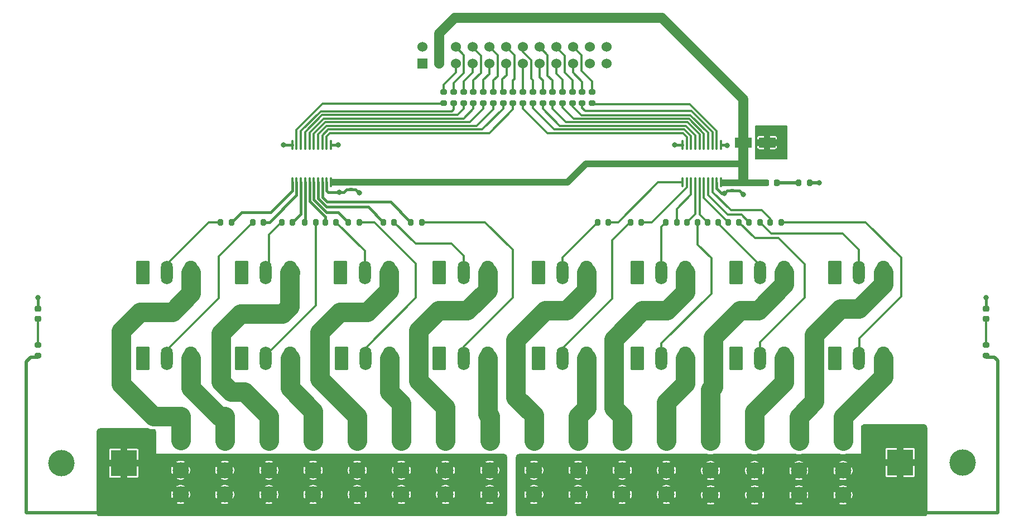
<source format=gbr>
%TF.GenerationSoftware,KiCad,Pcbnew,9.0.6*%
%TF.CreationDate,2026-01-16T15:57:08-05:00*%
%TF.ProjectId,PB_16,50425f31-362e-46b6-9963-61645f706362,v4*%
%TF.SameCoordinates,Original*%
%TF.FileFunction,Copper,L1,Top*%
%TF.FilePolarity,Positive*%
%FSLAX46Y46*%
G04 Gerber Fmt 4.6, Leading zero omitted, Abs format (unit mm)*
G04 Created by KiCad (PCBNEW 9.0.6) date 2026-01-16 15:57:08*
%MOMM*%
%LPD*%
G01*
G04 APERTURE LIST*
G04 Aperture macros list*
%AMRoundRect*
0 Rectangle with rounded corners*
0 $1 Rounding radius*
0 $2 $3 $4 $5 $6 $7 $8 $9 X,Y pos of 4 corners*
0 Add a 4 corners polygon primitive as box body*
4,1,4,$2,$3,$4,$5,$6,$7,$8,$9,$2,$3,0*
0 Add four circle primitives for the rounded corners*
1,1,$1+$1,$2,$3*
1,1,$1+$1,$4,$5*
1,1,$1+$1,$6,$7*
1,1,$1+$1,$8,$9*
0 Add four rect primitives between the rounded corners*
20,1,$1+$1,$2,$3,$4,$5,0*
20,1,$1+$1,$4,$5,$6,$7,0*
20,1,$1+$1,$6,$7,$8,$9,0*
20,1,$1+$1,$8,$9,$2,$3,0*%
G04 Aperture macros list end*
%TA.AperFunction,SMDPad,CuDef*%
%ADD10RoundRect,0.140000X-0.170000X0.140000X-0.170000X-0.140000X0.170000X-0.140000X0.170000X0.140000X0*%
%TD*%
%TA.AperFunction,SMDPad,CuDef*%
%ADD11RoundRect,0.100000X-0.100000X0.637500X-0.100000X-0.637500X0.100000X-0.637500X0.100000X0.637500X0*%
%TD*%
%TA.AperFunction,SMDPad,CuDef*%
%ADD12RoundRect,0.200000X0.200000X0.275000X-0.200000X0.275000X-0.200000X-0.275000X0.200000X-0.275000X0*%
%TD*%
%TA.AperFunction,SMDPad,CuDef*%
%ADD13RoundRect,0.200000X-0.200000X-0.275000X0.200000X-0.275000X0.200000X0.275000X-0.200000X0.275000X0*%
%TD*%
%TA.AperFunction,SMDPad,CuDef*%
%ADD14RoundRect,0.200000X-0.275000X0.200000X-0.275000X-0.200000X0.275000X-0.200000X0.275000X0.200000X0*%
%TD*%
%TA.AperFunction,ComponentPad*%
%ADD15RoundRect,0.291667X-0.758333X-1.508333X0.758333X-1.508333X0.758333X1.508333X-0.758333X1.508333X0*%
%TD*%
%TA.AperFunction,ComponentPad*%
%ADD16O,1.800000X3.600000*%
%TD*%
%TA.AperFunction,ComponentPad*%
%ADD17O,2.100000X3.600000*%
%TD*%
%TA.AperFunction,ComponentPad*%
%ADD18C,2.475000*%
%TD*%
%TA.AperFunction,SMDPad,CuDef*%
%ADD19RoundRect,0.218750X0.218750X0.256250X-0.218750X0.256250X-0.218750X-0.256250X0.218750X-0.256250X0*%
%TD*%
%TA.AperFunction,SMDPad,CuDef*%
%ADD20RoundRect,0.218750X-0.256250X0.218750X-0.256250X-0.218750X0.256250X-0.218750X0.256250X0.218750X0*%
%TD*%
%TA.AperFunction,SMDPad,CuDef*%
%ADD21RoundRect,0.250000X-1.050000X-0.550000X1.050000X-0.550000X1.050000X0.550000X-1.050000X0.550000X0*%
%TD*%
%TA.AperFunction,ComponentPad*%
%ADD22C,1.530000*%
%TD*%
%TA.AperFunction,ComponentPad*%
%ADD23R,1.530000X1.530000*%
%TD*%
%TA.AperFunction,ComponentPad*%
%ADD24R,4.000000X4.000000*%
%TD*%
%TA.AperFunction,ComponentPad*%
%ADD25C,4.000000*%
%TD*%
%TA.AperFunction,ViaPad*%
%ADD26C,0.800000*%
%TD*%
%TA.AperFunction,Conductor*%
%ADD27C,0.350000*%
%TD*%
%TA.AperFunction,Conductor*%
%ADD28C,3.000000*%
%TD*%
%TA.AperFunction,Conductor*%
%ADD29C,0.400000*%
%TD*%
%TA.AperFunction,Conductor*%
%ADD30C,2.999999*%
%TD*%
%TA.AperFunction,Conductor*%
%ADD31C,1.500000*%
%TD*%
%TA.AperFunction,Conductor*%
%ADD32C,0.500000*%
%TD*%
%TA.AperFunction,Conductor*%
%ADD33C,1.000000*%
%TD*%
G04 APERTURE END LIST*
D10*
%TO.P,C1,2*%
%TO.N,GND*%
X-81066200Y25660700D03*
%TO.P,C1,1*%
%TO.N,+5V*%
X-81066200Y26620700D03*
%TD*%
D11*
%TO.P,U2,1,G1*%
%TO.N,GND*%
X-24891200Y32448200D03*
%TO.P,U2,2,A0*%
%TO.N,Net-(U2-A0)*%
X-25541200Y32448200D03*
%TO.P,U2,3,A1*%
%TO.N,Net-(U2-A1)*%
X-26191200Y32448200D03*
%TO.P,U2,4,A2*%
%TO.N,Net-(U2-A2)*%
X-26841200Y32448200D03*
%TO.P,U2,5,A3*%
%TO.N,Net-(U2-A3)*%
X-27491200Y32448200D03*
%TO.P,U2,6,A4*%
%TO.N,Net-(U2-A4)*%
X-28141200Y32448200D03*
%TO.P,U2,7,A5*%
%TO.N,Net-(U2-A5)*%
X-28791200Y32448200D03*
%TO.P,U2,8,A6*%
%TO.N,Net-(U2-A6)*%
X-29441200Y32448200D03*
%TO.P,U2,9,A7*%
%TO.N,Net-(U2-A7)*%
X-30091200Y32448200D03*
%TO.P,U2,10,GND*%
%TO.N,GND*%
X-30741200Y32448200D03*
%TO.P,U2,11,Y7*%
%TO.N,Net-(U2-Y7)*%
X-30741200Y26723200D03*
%TO.P,U2,12,Y6*%
%TO.N,Net-(U2-Y6)*%
X-30091200Y26723200D03*
%TO.P,U2,13,Y5*%
%TO.N,Net-(U2-Y5)*%
X-29441200Y26723200D03*
%TO.P,U2,14,Y4*%
%TO.N,Net-(U2-Y4)*%
X-28791200Y26723200D03*
%TO.P,U2,15,Y3*%
%TO.N,Net-(U2-Y3)*%
X-28141200Y26723200D03*
%TO.P,U2,16,Y2*%
%TO.N,Net-(U2-Y2)*%
X-27491200Y26723200D03*
%TO.P,U2,17,Y1*%
%TO.N,Net-(U2-Y1)*%
X-26841200Y26723200D03*
%TO.P,U2,18,Y0*%
%TO.N,Net-(U2-Y0)*%
X-26191200Y26723200D03*
%TO.P,U2,19,G2*%
%TO.N,GND*%
X-25541200Y26723200D03*
%TO.P,U2,20,VCC*%
%TO.N,+5V*%
X-24891200Y26723200D03*
%TD*%
%TO.P,U1,1,G1*%
%TO.N,GND*%
X-84091200Y32448200D03*
%TO.P,U1,2,A0*%
%TO.N,Net-(U1-A0)*%
X-84741200Y32448200D03*
%TO.P,U1,3,A1*%
%TO.N,Net-(U1-A1)*%
X-85391200Y32448200D03*
%TO.P,U1,4,A2*%
%TO.N,Net-(U1-A2)*%
X-86041200Y32448200D03*
%TO.P,U1,5,A3*%
%TO.N,Net-(U1-A3)*%
X-86691200Y32448200D03*
%TO.P,U1,6,A4*%
%TO.N,Net-(U1-A4)*%
X-87341200Y32448200D03*
%TO.P,U1,7,A5*%
%TO.N,Net-(U1-A5)*%
X-87991200Y32448200D03*
%TO.P,U1,8,A6*%
%TO.N,Net-(U1-A6)*%
X-88641200Y32448200D03*
%TO.P,U1,9,A7*%
%TO.N,Net-(U1-A7)*%
X-89291200Y32448200D03*
%TO.P,U1,10,GND*%
%TO.N,GND*%
X-89941200Y32448200D03*
%TO.P,U1,11,Y7*%
%TO.N,Net-(U1-Y7)*%
X-89941200Y26723200D03*
%TO.P,U1,12,Y6*%
%TO.N,Net-(U1-Y6)*%
X-89291200Y26723200D03*
%TO.P,U1,13,Y5*%
%TO.N,Net-(U1-Y5)*%
X-88641200Y26723200D03*
%TO.P,U1,14,Y4*%
%TO.N,Net-(U1-Y4)*%
X-87991200Y26723200D03*
%TO.P,U1,15,Y3*%
%TO.N,Net-(U1-Y3)*%
X-87341200Y26723200D03*
%TO.P,U1,16,Y2*%
%TO.N,Net-(U1-Y2)*%
X-86691200Y26723200D03*
%TO.P,U1,17,Y1*%
%TO.N,Net-(U1-Y1)*%
X-86041200Y26723200D03*
%TO.P,U1,18,Y0*%
%TO.N,Net-(U1-Y0)*%
X-85391200Y26723200D03*
%TO.P,U1,19,G2*%
%TO.N,GND*%
X-84741200Y26723200D03*
%TO.P,U1,20,VCC*%
%TO.N,+5V*%
X-84091200Y26723200D03*
%TD*%
D12*
%TO.P,R19,1*%
%TO.N,/Output 9-16/DOUT16*%
X-15791200Y20685700D03*
%TO.P,R19,2*%
%TO.N,Net-(U2-Y0)*%
X-17441200Y20685700D03*
%TD*%
%TO.P,R18,1*%
%TO.N,/Output 9-16/DOUT15*%
X-18991200Y20685700D03*
%TO.P,R18,2*%
%TO.N,Net-(U2-Y1)*%
X-20641200Y20685700D03*
%TD*%
%TO.P,R17,1*%
%TO.N,/Output 9-16/DOUT14*%
X-22166200Y20685700D03*
%TO.P,R17,2*%
%TO.N,Net-(U2-Y2)*%
X-23816200Y20685700D03*
%TD*%
%TO.P,R16,1*%
%TO.N,/Output 9-16/DOUT13*%
X-25316200Y20685700D03*
%TO.P,R16,2*%
%TO.N,Net-(U2-Y3)*%
X-26966200Y20685700D03*
%TD*%
%TO.P,R15,1*%
%TO.N,/Output 9-16/DOUT12*%
X-28416200Y20685700D03*
%TO.P,R15,2*%
%TO.N,Net-(U2-Y4)*%
X-30066200Y20685700D03*
%TD*%
D13*
%TO.P,R14,1*%
%TO.N,/Output 9-16/DOUT11*%
X-33241200Y20685700D03*
%TO.P,R14,2*%
%TO.N,Net-(U2-Y5)*%
X-31591200Y20685700D03*
%TD*%
%TO.P,R13,1*%
%TO.N,/Output 9-16/DOUT10*%
X-38641200Y20685700D03*
%TO.P,R13,2*%
%TO.N,Net-(U2-Y6)*%
X-36991200Y20685700D03*
%TD*%
%TO.P,R12,1*%
%TO.N,/Output 9-16/DOUT9*%
X-43641200Y20685700D03*
%TO.P,R12,2*%
%TO.N,Net-(U2-Y7)*%
X-41991200Y20685700D03*
%TD*%
D12*
%TO.P,R11,1*%
%TO.N,/Output 1-8/DOUT8*%
X-70291200Y20685700D03*
%TO.P,R11,2*%
%TO.N,Net-(U1-Y0)*%
X-71941200Y20685700D03*
%TD*%
%TO.P,R10,2*%
%TO.N,Net-(U1-Y1)*%
X-76141200Y20685700D03*
%TO.P,R10,1*%
%TO.N,/Output 1-8/DOUT7*%
X-74491200Y20685700D03*
%TD*%
%TO.P,R9,1*%
%TO.N,/Output 1-8/DOUT6*%
X-79791200Y20685700D03*
%TO.P,R9,2*%
%TO.N,Net-(U1-Y2)*%
X-81441200Y20685700D03*
%TD*%
%TO.P,R8,2*%
%TO.N,Net-(U1-Y3)*%
X-84966200Y20685700D03*
%TO.P,R8,1*%
%TO.N,/Output 1-8/DOUT5*%
X-83316200Y20685700D03*
%TD*%
%TO.P,R7,1*%
%TO.N,/Output 1-8/DOUT4*%
X-86391200Y20685700D03*
%TO.P,R7,2*%
%TO.N,Net-(U1-Y4)*%
X-88041200Y20685700D03*
%TD*%
D13*
%TO.P,R6,1*%
%TO.N,/Output 1-8/DOUT3*%
X-91541200Y20685700D03*
%TO.P,R6,2*%
%TO.N,Net-(U1-Y5)*%
X-89891200Y20685700D03*
%TD*%
%TO.P,R5,1*%
%TO.N,/Output 1-8/DOUT2*%
X-95941200Y20685700D03*
%TO.P,R5,2*%
%TO.N,Net-(U1-Y6)*%
X-94291200Y20685700D03*
%TD*%
%TO.P,R4,1*%
%TO.N,/Output 1-8/DOUT1*%
X-100841200Y20660700D03*
%TO.P,R4,2*%
%TO.N,Net-(U1-Y7)*%
X-99191200Y20660700D03*
%TD*%
D14*
%TO.P,R35,1*%
%TO.N,OUT25*%
X-54951200Y40428200D03*
%TO.P,R35,2*%
%TO.N,Net-(U2-A7)*%
X-54951200Y38778200D03*
%TD*%
%TO.P,R34,1*%
%TO.N,OUT26*%
X-53451200Y40428200D03*
%TO.P,R34,2*%
%TO.N,Net-(U2-A6)*%
X-53451200Y38778200D03*
%TD*%
%TO.P,R33,1*%
%TO.N,OUT27*%
X-51951200Y40428200D03*
%TO.P,R33,2*%
%TO.N,Net-(U2-A5)*%
X-51951200Y38778200D03*
%TD*%
%TO.P,R32,1*%
%TO.N,OUT28*%
X-50451200Y40428200D03*
%TO.P,R32,2*%
%TO.N,Net-(U2-A4)*%
X-50451200Y38778200D03*
%TD*%
%TO.P,R31,1*%
%TO.N,OUT29*%
X-48951200Y40428200D03*
%TO.P,R31,2*%
%TO.N,Net-(U2-A3)*%
X-48951200Y38778200D03*
%TD*%
%TO.P,R30,1*%
%TO.N,OUT30*%
X-47451200Y40428200D03*
%TO.P,R30,2*%
%TO.N,Net-(U2-A2)*%
X-47451200Y38778200D03*
%TD*%
%TO.P,R29,1*%
%TO.N,OUT31*%
X-45951200Y40428200D03*
%TO.P,R29,2*%
%TO.N,Net-(U2-A1)*%
X-45951200Y38778200D03*
%TD*%
%TO.P,R28,1*%
%TO.N,OUT32*%
X-44451200Y40428200D03*
%TO.P,R28,2*%
%TO.N,Net-(U2-A0)*%
X-44451200Y38778200D03*
%TD*%
%TO.P,R27,1*%
%TO.N,OUT17*%
X-66951200Y40428200D03*
%TO.P,R27,2*%
%TO.N,Net-(U1-A7)*%
X-66951200Y38778200D03*
%TD*%
%TO.P,R26,1*%
%TO.N,OUT18*%
X-65451200Y40428200D03*
%TO.P,R26,2*%
%TO.N,Net-(U1-A6)*%
X-65451200Y38778200D03*
%TD*%
%TO.P,R25,1*%
%TO.N,OUT19*%
X-63951200Y40428200D03*
%TO.P,R25,2*%
%TO.N,Net-(U1-A5)*%
X-63951200Y38778200D03*
%TD*%
%TO.P,R24,1*%
%TO.N,OUT20*%
X-62451200Y40428200D03*
%TO.P,R24,2*%
%TO.N,Net-(U1-A4)*%
X-62451200Y38778200D03*
%TD*%
%TO.P,R23,1*%
%TO.N,OUT21*%
X-60951200Y40428200D03*
%TO.P,R23,2*%
%TO.N,Net-(U1-A3)*%
X-60951200Y38778200D03*
%TD*%
%TO.P,R22,1*%
%TO.N,OUT22*%
X-59451200Y40428200D03*
%TO.P,R22,2*%
%TO.N,Net-(U1-A2)*%
X-59451200Y38778200D03*
%TD*%
%TO.P,R21,1*%
%TO.N,OUT23*%
X-57951200Y40428200D03*
%TO.P,R21,2*%
%TO.N,Net-(U1-A1)*%
X-57951200Y38778200D03*
%TD*%
%TO.P,R20,1*%
%TO.N,OUT24*%
X-56451200Y40428200D03*
%TO.P,R20,2*%
%TO.N,Net-(U1-A0)*%
X-56451200Y38778200D03*
%TD*%
D12*
%TO.P,R3,1*%
%TO.N,GND*%
X-11466200Y26685700D03*
%TO.P,R3,2*%
%TO.N,Net-(D5-K)*%
X-13116200Y26685700D03*
%TD*%
D14*
%TO.P,R2,1*%
%TO.N,Net-(D4-A)*%
X15283800Y2036500D03*
%TO.P,R2,2*%
%TO.N,VIN2*%
X15283800Y386500D03*
%TD*%
%TO.P,R1,1*%
%TO.N,Net-(D3-A)*%
X-128516200Y2036500D03*
%TO.P,R1,2*%
%TO.N,VIN1*%
X-128516200Y386500D03*
%TD*%
D15*
%TO.P,J16,1,Pin_1*%
%TO.N,GND*%
X-7620200Y13700D03*
D16*
%TO.P,J16,2,Pin_2*%
%TO.N,/Output 9-16/DOUT16*%
X-3960200Y13700D03*
D17*
%TO.P,J16,3,Pin_3*%
%TO.N,/Output 9-16/VOUT16*%
X-300200Y13700D03*
%TD*%
D15*
%TO.P,J15,1,Pin_1*%
%TO.N,GND*%
X-7620200Y13013700D03*
D16*
%TO.P,J15,2,Pin_2*%
%TO.N,/Output 9-16/DOUT15*%
X-3960200Y13013700D03*
D17*
%TO.P,J15,3,Pin_3*%
%TO.N,/Output 9-16/VOUT15*%
X-300200Y13013700D03*
%TD*%
D15*
%TO.P,J14,1,Pin_1*%
%TO.N,GND*%
X-22620200Y13700D03*
D16*
%TO.P,J14,2,Pin_2*%
%TO.N,/Output 9-16/DOUT14*%
X-18960200Y13700D03*
D17*
%TO.P,J14,3,Pin_3*%
%TO.N,/Output 9-16/VOUT14*%
X-15300200Y13700D03*
%TD*%
D15*
%TO.P,J13,1,Pin_1*%
%TO.N,GND*%
X-22620200Y13013700D03*
D16*
%TO.P,J13,2,Pin_2*%
%TO.N,/Output 9-16/DOUT13*%
X-18960200Y13013700D03*
D17*
%TO.P,J13,3,Pin_3*%
%TO.N,/Output 9-16/VOUT13*%
X-15300200Y13013700D03*
%TD*%
D15*
%TO.P,J12,1,Pin_1*%
%TO.N,GND*%
X-37620200Y13700D03*
D16*
%TO.P,J12,2,Pin_2*%
%TO.N,/Output 9-16/DOUT12*%
X-33960200Y13700D03*
D17*
%TO.P,J12,3,Pin_3*%
%TO.N,/Output 9-16/VOUT12*%
X-30300200Y13700D03*
%TD*%
D15*
%TO.P,J11,1,Pin_1*%
%TO.N,GND*%
X-37620200Y13013700D03*
D16*
%TO.P,J11,2,Pin_2*%
%TO.N,/Output 9-16/DOUT11*%
X-33960200Y13013700D03*
D17*
%TO.P,J11,3,Pin_3*%
%TO.N,/Output 9-16/VOUT11*%
X-30300200Y13013700D03*
%TD*%
D15*
%TO.P,J10,1,Pin_1*%
%TO.N,GND*%
X-52620200Y13700D03*
D16*
%TO.P,J10,2,Pin_2*%
%TO.N,/Output 9-16/DOUT10*%
X-48960200Y13700D03*
D17*
%TO.P,J10,3,Pin_3*%
%TO.N,/Output 9-16/VOUT10*%
X-45300200Y13700D03*
%TD*%
D15*
%TO.P,J9,1,Pin_1*%
%TO.N,GND*%
X-52620200Y13013700D03*
D16*
%TO.P,J9,2,Pin_2*%
%TO.N,/Output 9-16/DOUT9*%
X-48960200Y13013700D03*
D17*
%TO.P,J9,3,Pin_3*%
%TO.N,/Output 9-16/VOUT9*%
X-45300200Y13013700D03*
%TD*%
D15*
%TO.P,J8,1,Pin_1*%
%TO.N,GND*%
X-67620200Y13700D03*
D16*
%TO.P,J8,2,Pin_2*%
%TO.N,/Output 1-8/DOUT8*%
X-63960200Y13700D03*
D17*
%TO.P,J8,3,Pin_3*%
%TO.N,/Output 1-8/VOUT8*%
X-60300200Y13700D03*
%TD*%
D15*
%TO.P,J7,1,Pin_1*%
%TO.N,GND*%
X-67620200Y13013700D03*
D16*
%TO.P,J7,2,Pin_2*%
%TO.N,/Output 1-8/DOUT7*%
X-63960200Y13013700D03*
D17*
%TO.P,J7,3,Pin_3*%
%TO.N,/Output 1-8/VOUT7*%
X-60300200Y13013700D03*
%TD*%
D15*
%TO.P,J6,1,Pin_1*%
%TO.N,GND*%
X-82505858Y13700D03*
D16*
%TO.P,J6,2,Pin_2*%
%TO.N,/Output 1-8/DOUT6*%
X-78845858Y13700D03*
D17*
%TO.P,J6,3,Pin_3*%
%TO.N,/Output 1-8/VOUT6*%
X-75185858Y13700D03*
%TD*%
D15*
%TO.P,J5,1,Pin_1*%
%TO.N,GND*%
X-82620200Y13013700D03*
D16*
%TO.P,J5,2,Pin_2*%
%TO.N,/Output 1-8/DOUT5*%
X-78960200Y13013700D03*
D17*
%TO.P,J5,3,Pin_3*%
%TO.N,/Output 1-8/VOUT5*%
X-75300200Y13013700D03*
%TD*%
D15*
%TO.P,J4,1,Pin_1*%
%TO.N,GND*%
X-97620200Y13700D03*
D16*
%TO.P,J4,2,Pin_2*%
%TO.N,/Output 1-8/DOUT4*%
X-93960200Y13700D03*
D17*
%TO.P,J4,3,Pin_3*%
%TO.N,/Output 1-8/VOUT4*%
X-90300200Y13700D03*
%TD*%
D15*
%TO.P,J3,1,Pin_1*%
%TO.N,GND*%
X-97620200Y13013700D03*
D16*
%TO.P,J3,2,Pin_2*%
%TO.N,/Output 1-8/DOUT3*%
X-93960200Y13013700D03*
D17*
%TO.P,J3,3,Pin_3*%
%TO.N,/Output 1-8/VOUT3*%
X-90300200Y13013700D03*
%TD*%
D18*
%TO.P,F16,1_1,1*%
%TO.N,VIN2*%
X-6388100Y-20760100D03*
%TO.P,F16,1_2,1*%
X-6388100Y-17060100D03*
%TO.P,F16,2_1,2*%
%TO.N,/Output 9-16/VOUT16*%
X-6388100Y-12560100D03*
%TO.P,F16,2_2,2*%
X-6388100Y-8860100D03*
%TD*%
%TO.P,F15,1_1,1*%
%TO.N,VIN2*%
X-13088538Y-20760100D03*
%TO.P,F15,1_2,1*%
X-13088538Y-17060100D03*
%TO.P,F15,2_1,2*%
%TO.N,/Output 9-16/VOUT15*%
X-13088538Y-12560100D03*
%TO.P,F15,2_2,2*%
X-13088538Y-8860100D03*
%TD*%
%TO.P,F14,1_1,1*%
%TO.N,VIN2*%
X-19788971Y-20760100D03*
%TO.P,F14,1_2,1*%
X-19788971Y-17060100D03*
%TO.P,F14,2_1,2*%
%TO.N,/Output 9-16/VOUT14*%
X-19788971Y-12560100D03*
%TO.P,F14,2_2,2*%
X-19788971Y-8860100D03*
%TD*%
%TO.P,F13,1_1,1*%
%TO.N,VIN2*%
X-26489404Y-20760100D03*
%TO.P,F13,1_2,1*%
X-26489404Y-17060100D03*
%TO.P,F13,2_1,2*%
%TO.N,/Output 9-16/VOUT13*%
X-26489404Y-12560100D03*
%TO.P,F13,2_2,2*%
X-26489404Y-8860100D03*
%TD*%
%TO.P,F12,1_1,1*%
%TO.N,VIN2*%
X-33189837Y-20695100D03*
%TO.P,F12,1_2,1*%
X-33189837Y-16995100D03*
%TO.P,F12,2_1,2*%
%TO.N,/Output 9-16/VOUT12*%
X-33189837Y-12495100D03*
%TO.P,F12,2_2,2*%
X-33189837Y-8795100D03*
%TD*%
%TO.P,F11,1_1,1*%
%TO.N,VIN2*%
X-39890270Y-20695100D03*
%TO.P,F11,1_2,1*%
X-39890270Y-16995100D03*
%TO.P,F11,2_1,2*%
%TO.N,/Output 9-16/VOUT11*%
X-39890270Y-12495100D03*
%TO.P,F11,2_2,2*%
X-39890270Y-8795100D03*
%TD*%
%TO.P,F10,1_1,1*%
%TO.N,VIN2*%
X-46590703Y-20695100D03*
%TO.P,F10,1_2,1*%
X-46590703Y-16995100D03*
%TO.P,F10,2_1,2*%
%TO.N,/Output 9-16/VOUT10*%
X-46590703Y-12495100D03*
%TO.P,F10,2_2,2*%
X-46590703Y-8795100D03*
%TD*%
%TO.P,F9,1_1,1*%
%TO.N,VIN2*%
X-53291136Y-20695100D03*
%TO.P,F9,1_2,1*%
X-53291136Y-16995100D03*
%TO.P,F9,2_1,2*%
%TO.N,/Output 9-16/VOUT9*%
X-53291136Y-12495100D03*
%TO.P,F9,2_2,2*%
X-53291136Y-8795100D03*
%TD*%
%TO.P,F8,1_1,1*%
%TO.N,VIN1*%
X-59991569Y-20695100D03*
%TO.P,F8,1_2,1*%
X-59991569Y-16995100D03*
%TO.P,F8,2_1,2*%
%TO.N,/Output 1-8/VOUT8*%
X-59991569Y-12495100D03*
%TO.P,F8,2_2,2*%
X-59991569Y-8795100D03*
%TD*%
%TO.P,F7,1_1,1*%
%TO.N,VIN1*%
X-66692002Y-20695100D03*
%TO.P,F7,1_2,1*%
X-66692002Y-16995100D03*
%TO.P,F7,2_1,2*%
%TO.N,/Output 1-8/VOUT7*%
X-66692002Y-12495100D03*
%TO.P,F7,2_2,2*%
X-66692002Y-8795100D03*
%TD*%
%TO.P,F6,1_1,1*%
%TO.N,VIN1*%
X-73392435Y-20695100D03*
%TO.P,F6,1_2,1*%
X-73392435Y-16995100D03*
%TO.P,F6,2_1,2*%
%TO.N,/Output 1-8/VOUT6*%
X-73392435Y-12495100D03*
%TO.P,F6,2_2,2*%
X-73392435Y-8795100D03*
%TD*%
%TO.P,F5,1_1,1*%
%TO.N,VIN1*%
X-80092868Y-20695100D03*
%TO.P,F5,1_2,1*%
X-80092868Y-16995100D03*
%TO.P,F5,2_1,2*%
%TO.N,/Output 1-8/VOUT5*%
X-80092868Y-12495100D03*
%TO.P,F5,2_2,2*%
X-80092868Y-8795100D03*
%TD*%
%TO.P,F4,1_1,1*%
%TO.N,VIN1*%
X-86793301Y-20700100D03*
%TO.P,F4,1_2,1*%
X-86793301Y-17000100D03*
%TO.P,F4,2_1,2*%
%TO.N,/Output 1-8/VOUT4*%
X-86793301Y-12500100D03*
%TO.P,F4,2_2,2*%
X-86793301Y-8800100D03*
%TD*%
%TO.P,F3,1_1,1*%
%TO.N,VIN1*%
X-93493734Y-20700100D03*
%TO.P,F3,1_2,1*%
X-93493734Y-17000100D03*
%TO.P,F3,2_1,2*%
%TO.N,/Output 1-8/VOUT3*%
X-93493734Y-12500100D03*
%TO.P,F3,2_2,2*%
X-93493734Y-8800100D03*
%TD*%
%TO.P,F2,1_1,1*%
%TO.N,VIN1*%
X-100194167Y-20700100D03*
%TO.P,F2,1_2,1*%
X-100194167Y-17000100D03*
%TO.P,F2,2_1,2*%
%TO.N,/Output 1-8/VOUT2*%
X-100194167Y-12500100D03*
%TO.P,F2,2_2,2*%
X-100194167Y-8800100D03*
%TD*%
%TO.P,F1,1_1,1*%
%TO.N,VIN1*%
X-106894600Y-20685100D03*
%TO.P,F1,1_2,1*%
X-106894600Y-16985100D03*
%TO.P,F1,2_1,2*%
%TO.N,/Output 1-8/VOUT1*%
X-106894600Y-12485100D03*
%TO.P,F1,2_2,2*%
X-106894600Y-8785100D03*
%TD*%
D19*
%TO.P,D5,2,A*%
%TO.N,+5V*%
X-18003700Y26685700D03*
%TO.P,D5,1,K*%
%TO.N,Net-(D5-K)*%
X-16428700Y26685700D03*
%TD*%
D20*
%TO.P,D4,1,K*%
%TO.N,GND*%
X15283800Y7560000D03*
%TO.P,D4,2,A*%
%TO.N,Net-(D4-A)*%
X15283800Y5985000D03*
%TD*%
%TO.P,D3,1,K*%
%TO.N,GND*%
X-128516200Y7560000D03*
%TO.P,D3,2,A*%
%TO.N,Net-(D3-A)*%
X-128516200Y5985000D03*
%TD*%
D10*
%TO.P,C2,1*%
%TO.N,+5V*%
X-23216200Y26465700D03*
%TO.P,C2,2*%
%TO.N,GND*%
X-23216200Y25505700D03*
%TD*%
D21*
%TO.P,C3,2*%
%TO.N,GND*%
X-17916200Y32785700D03*
%TO.P,C3,1*%
%TO.N,+5V*%
X-21516200Y32785700D03*
%TD*%
D22*
%TO.P,J20,24,Pin_24*%
%TO.N,unconnected-(J20-Pin_24-Pad24)*%
X-42281200Y47300700D03*
%TO.P,J20,23,Pin_23*%
%TO.N,unconnected-(J20-Pin_23-Pad23)*%
X-42281200Y44760700D03*
%TO.P,J20,22,Pin_22*%
%TO.N,GND*%
X-44821200Y47300700D03*
%TO.P,J20,21,Pin_21*%
%TO.N,unconnected-(J20-Pin_21-Pad21)*%
X-44821200Y44760700D03*
%TO.P,J20,20,Pin_20*%
%TO.N,OUT32*%
X-47361200Y47300700D03*
%TO.P,J20,19,Pin_19*%
%TO.N,OUT31*%
X-47361200Y44760700D03*
%TO.P,J20,18,Pin_18*%
%TO.N,OUT30*%
X-49901200Y47300700D03*
%TO.P,J20,17,Pin_17*%
%TO.N,OUT29*%
X-49901200Y44760700D03*
%TO.P,J20,16,Pin_16*%
%TO.N,OUT28*%
X-52441200Y47300700D03*
%TO.P,J20,15,Pin_15*%
%TO.N,OUT27*%
X-52441200Y44760700D03*
%TO.P,J20,14,Pin_14*%
%TO.N,OUT26*%
X-54981200Y47300700D03*
%TO.P,J20,13,Pin_13*%
%TO.N,OUT25*%
X-54981200Y44760700D03*
%TO.P,J20,12,Pin_12*%
%TO.N,OUT24*%
X-57521200Y47300700D03*
%TO.P,J20,11,Pin_11*%
%TO.N,OUT23*%
X-57521200Y44760700D03*
%TO.P,J20,10,Pin_10*%
%TO.N,OUT22*%
X-60061200Y47300700D03*
%TO.P,J20,9,Pin_9*%
%TO.N,OUT21*%
X-60061200Y44760700D03*
%TO.P,J20,8,Pin_8*%
%TO.N,OUT20*%
X-62601200Y47300700D03*
%TO.P,J20,7,Pin_7*%
%TO.N,OUT19*%
X-62601200Y44760700D03*
%TO.P,J20,6,Pin_6*%
%TO.N,OUT18*%
X-65141200Y47300700D03*
%TO.P,J20,5,Pin_5*%
%TO.N,OUT17*%
X-65141200Y44760700D03*
%TO.P,J20,4,Pin_4*%
%TO.N,+5V*%
X-67681200Y47300700D03*
%TO.P,J20,3,Pin_3*%
X-67681200Y44760700D03*
%TO.P,J20,2,Pin_2*%
%TO.N,GND*%
X-70221200Y47300700D03*
D23*
%TO.P,J20,1,Pin_1*%
X-70221200Y44760700D03*
%TD*%
D24*
%TO.P,J17,1,P1*%
%TO.N,VIN1*%
X-115516200Y-15914300D03*
D25*
%TO.P,J17,2,P2*%
%TO.N,GND*%
X-125016200Y-15914300D03*
%TD*%
D24*
%TO.P,J18,1,P1*%
%TO.N,VIN2*%
X2283800Y-15814300D03*
D25*
%TO.P,J18,2,P2*%
%TO.N,GND*%
X11783800Y-15814300D03*
%TD*%
D15*
%TO.P,J1,1,Pin_1*%
%TO.N,GND*%
X-112620200Y13013700D03*
D16*
%TO.P,J1,2,Pin_2*%
%TO.N,/Output 1-8/DOUT1*%
X-108960200Y13013700D03*
D17*
%TO.P,J1,3,Pin_3*%
%TO.N,/Output 1-8/VOUT1*%
X-105300200Y13013700D03*
%TD*%
D15*
%TO.P,J2,1,Pin_1*%
%TO.N,GND*%
X-112620200Y13700D03*
D16*
%TO.P,J2,2,Pin_2*%
%TO.N,/Output 1-8/DOUT2*%
X-108960200Y13700D03*
D17*
%TO.P,J2,3,Pin_3*%
%TO.N,/Output 1-8/VOUT2*%
X-105300200Y13700D03*
%TD*%
D26*
%TO.N,GND*%
X-15716200Y31285700D03*
X-15716200Y34385700D03*
X-21516200Y24885700D03*
X-24416200Y25085700D03*
X-10016200Y26685700D03*
X-23991200Y32360700D03*
X-31966200Y32435700D03*
X-91266200Y32460700D03*
X-82966200Y32460700D03*
X-79766200Y25110700D03*
X-82816200Y25235700D03*
X-19016200Y34435700D03*
X-16766200Y31235700D03*
X-16766200Y34435700D03*
X15283800Y9185700D03*
X-17966200Y34435700D03*
X-17916200Y31235700D03*
X-128516200Y9185700D03*
X-19016200Y31235700D03*
X-15666200Y32285700D03*
X-15666200Y33385700D03*
%TD*%
D27*
%TO.N,OUT20*%
X-62451200Y42203200D02*
X-62451200Y40515700D01*
X-61316200Y43338200D02*
X-62451200Y42203200D01*
X-62601200Y47270700D02*
X-61316200Y45985700D01*
X-61316200Y45985700D02*
X-61316200Y43338200D01*
X-62601200Y47300700D02*
X-62601200Y47270700D01*
%TO.N,OUT28*%
X-52431200Y47300700D02*
X-52441200Y47300700D01*
X-51201200Y42953200D02*
X-51201200Y46070700D01*
X-51201200Y46070700D02*
X-52431200Y47300700D01*
X-50451200Y42203200D02*
X-51201200Y42953200D01*
X-50451200Y40515700D02*
X-50451200Y42203200D01*
%TO.N,OUT30*%
X-49901200Y47270700D02*
X-49901200Y47300700D01*
X-48616200Y45985700D02*
X-49901200Y47270700D01*
X-48616200Y43406756D02*
X-48616200Y45985700D01*
X-47451200Y42241756D02*
X-48616200Y43406756D01*
X-47451200Y40515700D02*
X-47451200Y42241756D01*
%TO.N,OUT24*%
X-56451200Y42203200D02*
X-56451200Y40515700D01*
X-56251200Y42403200D02*
X-56451200Y42203200D01*
X-56251200Y46030700D02*
X-56251200Y42403200D01*
X-57521200Y47300700D02*
X-56251200Y46030700D01*
%TO.N,OUT22*%
X-58801200Y42853200D02*
X-59451200Y42203200D01*
X-59451200Y42203200D02*
X-59451200Y40515700D01*
X-58801200Y46070700D02*
X-58801200Y42853200D01*
X-60031200Y47300700D02*
X-58801200Y46070700D01*
X-60061200Y47300700D02*
X-60031200Y47300700D01*
%TO.N,OUT18*%
X-63901200Y43353200D02*
X-65451200Y41803200D01*
X-65451200Y41803200D02*
X-65451200Y40515700D01*
X-63901200Y46070700D02*
X-63901200Y43353200D01*
X-65141200Y47300700D02*
X-65131200Y47300700D01*
X-65131200Y47300700D02*
X-63901200Y46070700D01*
D28*
%TO.N,/Output 1-8/VOUT1*%
X-111014600Y-8785100D02*
X-106894600Y-8785100D01*
X-115916200Y-3883500D02*
X-111014600Y-8785100D01*
X-115657200Y4363500D02*
X-115916200Y4104500D01*
X-115916200Y4104500D02*
X-115916200Y-3883500D01*
D29*
%TO.N,GND*%
X-128516200Y7560000D02*
X-128516200Y9185700D01*
X15283800Y7560000D02*
X15283800Y9185700D01*
D28*
%TO.N,/Output 1-8/VOUT2*%
X-105316200Y-2300D02*
X-105300200Y13700D01*
X-105316200Y-4497500D02*
X-105316200Y-2300D01*
X-101013600Y-8800100D02*
X-105316200Y-4497500D01*
X-100194167Y-8800100D02*
X-101013600Y-8800100D01*
%TO.N,/Output 1-8/VOUT4*%
X-86793301Y-8020399D02*
X-86793301Y-8800100D01*
X-90300200Y-4513500D02*
X-86793301Y-8020399D01*
X-90300200Y13700D02*
X-90300200Y-4513500D01*
%TO.N,/Output 1-8/VOUT8*%
X-60300200Y-8486469D02*
X-59991569Y-8795100D01*
X-60300200Y13700D02*
X-60300200Y-8486469D01*
%TO.N,/Output 1-8/VOUT6*%
X-75185858Y-5053842D02*
X-75185858Y13700D01*
X-73392435Y-6847265D02*
X-75185858Y-5053842D01*
X-73392435Y-8795100D02*
X-73392435Y-6847265D01*
%TO.N,/Output 9-16/VOUT10*%
X-45300200Y-7504597D02*
X-45300200Y13700D01*
X-46590703Y-8795100D02*
X-45300200Y-7504597D01*
%TO.N,/Output 9-16/VOUT12*%
X-30300200Y-3804200D02*
X-30300200Y13700D01*
X-33189837Y-6693837D02*
X-30300200Y-3804200D01*
X-33189837Y-8795100D02*
X-33189837Y-6693837D01*
%TO.N,/Output 9-16/VOUT14*%
X-19788971Y-8129471D02*
X-15300200Y-3640700D01*
X-15300200Y-3640700D02*
X-15300200Y13700D01*
X-19788971Y-8860100D02*
X-19788971Y-8129471D01*
%TO.N,/Output 9-16/VOUT16*%
X-6388100Y-8860100D02*
X-300200Y-2772200D01*
X-300200Y-2772200D02*
X-300200Y13700D01*
D30*
%TO.N,/Output 9-16/VOUT15*%
X-300200Y11219268D02*
X-4015968Y7503500D01*
X-300200Y13013700D02*
X-300200Y11219268D01*
D28*
%TO.N,/Output 9-16/VOUT13*%
X-19265967Y7253500D02*
X-15300200Y11219267D01*
X-22006000Y7253500D02*
X-19265967Y7253500D01*
X-15300200Y11219267D02*
X-15300200Y13013700D01*
X-26069600Y3189900D02*
X-22006000Y7253500D01*
X-26489404Y-4729815D02*
X-26069600Y-4310011D01*
X-26489404Y-8860100D02*
X-26489404Y-4729815D01*
X-26069600Y-4310011D02*
X-26069600Y3189900D01*
%TO.N,/Output 9-16/VOUT11*%
X-30300200Y10044300D02*
X-30300200Y13013700D01*
X-33091000Y7253500D02*
X-30300200Y10044300D01*
X-36806000Y7253500D02*
X-33091000Y7253500D01*
X-41174600Y2884900D02*
X-36806000Y7253500D01*
X-41174600Y-7510770D02*
X-41174600Y2884900D01*
X-39890270Y-8795100D02*
X-41174600Y-7510770D01*
%TO.N,/Output 9-16/VOUT9*%
X-48391000Y7253500D02*
X-45300200Y10344300D01*
X-56017200Y2777300D02*
X-51541000Y7253500D01*
X-56017200Y-5892500D02*
X-56017200Y2777300D01*
X-53291136Y-8618564D02*
X-56017200Y-5892500D01*
X-45300200Y10344300D02*
X-45300200Y13013700D01*
X-53291136Y-8795100D02*
X-53291136Y-8618564D01*
X-51541000Y7253500D02*
X-48391000Y7253500D01*
%TO.N,/Output 1-8/VOUT7*%
X-66692002Y-7427698D02*
X-66692002Y-8795100D01*
X-67767200Y7253500D02*
X-70767200Y4253500D01*
X-70767200Y4253500D02*
X-70767200Y-3352500D01*
X-63391000Y7253500D02*
X-67767200Y7253500D01*
X-60300200Y10344300D02*
X-63391000Y7253500D01*
X-70767200Y-3352500D02*
X-66692002Y-7427698D01*
X-60300200Y13013700D02*
X-60300200Y10344300D01*
%TO.N,/Output 1-8/VOUT5*%
X-85767200Y4003500D02*
X-85767200Y-3120768D01*
X-78591000Y7003500D02*
X-82767200Y7003500D01*
X-85767200Y-3120768D02*
X-80092868Y-8795100D01*
X-75300200Y10294300D02*
X-78591000Y7003500D01*
X-82767200Y7003500D02*
X-85767200Y4003500D01*
X-75300200Y13013700D02*
X-75300200Y10294300D01*
%TO.N,/Output 1-8/VOUT3*%
X-97179534Y-5114300D02*
X-93493734Y-8800100D01*
X-100787200Y-3543300D02*
X-99216200Y-5114300D01*
X-91430800Y6789900D02*
X-97804600Y6789900D01*
X-90316200Y7904500D02*
X-91430800Y6789900D01*
X-97804600Y6789900D02*
X-100787200Y3807300D01*
X-100787200Y3807300D02*
X-100787200Y-3543300D01*
X-90316200Y12997700D02*
X-90316200Y7904500D01*
X-99216200Y-5114300D02*
X-97179534Y-5114300D01*
X-90300200Y13013700D02*
X-90316200Y12997700D01*
%TO.N,/Output 1-8/VOUT1*%
X-108168200Y7003500D02*
X-105300200Y9871500D01*
X-113017200Y7003500D02*
X-108168200Y7003500D01*
X-105300200Y9871500D02*
X-105300200Y13013700D01*
D27*
%TO.N,/Output 1-8/DOUT4*%
X-86404600Y20672300D02*
X-86404600Y7997300D01*
X-93960200Y441700D02*
X-93960200Y13700D01*
X-86391200Y20685700D02*
X-86404600Y20672300D01*
X-86404600Y7997300D02*
X-93960200Y441700D01*
%TO.N,/Output 9-16/DOUT16*%
X-2969400Y20685700D02*
X-15791200Y20685700D01*
X2409400Y15306900D02*
X-2969400Y20685700D01*
X2409400Y9363300D02*
X2409400Y15306900D01*
X-3916200Y3037700D02*
X2409400Y9363300D01*
X-3916200Y57700D02*
X-3916200Y3037700D01*
X-3960200Y13700D02*
X-3916200Y57700D01*
%TO.N,/Output 9-16/DOUT14*%
X-19770400Y18289900D02*
X-22166200Y20685700D01*
X-16184600Y18289900D02*
X-19770400Y18289900D01*
X-12204600Y9231700D02*
X-12204600Y14309900D01*
X-12204600Y14309900D02*
X-16184600Y18289900D01*
X-18960200Y2476100D02*
X-12204600Y9231700D01*
X-18960200Y13700D02*
X-18960200Y2476100D01*
X-18950000Y3500D02*
X-18960200Y13700D01*
%TO.N,/Output 9-16/DOUT12*%
X-28416200Y17301500D02*
X-28416200Y20685700D01*
X-26354600Y15239900D02*
X-28416200Y17301500D01*
X-26354600Y9847300D02*
X-26354600Y15239900D01*
X-33960200Y2241700D02*
X-26354600Y9847300D01*
X-33960200Y13700D02*
X-33960200Y2241700D01*
%TO.N,/Output 9-16/DOUT10*%
X-48960200Y1501100D02*
X-48960200Y13700D01*
X-41416200Y9045100D02*
X-48960200Y1501100D01*
X-41416200Y17985700D02*
X-41416200Y9045100D01*
X-38716200Y20685700D02*
X-41416200Y17985700D01*
X-38641200Y20685700D02*
X-38716200Y20685700D01*
%TO.N,/Output 1-8/DOUT8*%
X-56504600Y9197300D02*
X-63960200Y1741700D01*
X-56504600Y16489900D02*
X-56504600Y9197300D01*
X-63960200Y1741700D02*
X-63960200Y13700D01*
X-60700400Y20685700D02*
X-56504600Y16489900D01*
X-70291200Y20685700D02*
X-60700400Y20685700D01*
%TO.N,/Output 1-8/DOUT6*%
X-78845858Y13700D02*
X-78835658Y3500D01*
X-71204600Y14374100D02*
X-71204600Y9189900D01*
X-71204600Y9189900D02*
X-78845858Y1548642D01*
X-77516200Y20685700D02*
X-71204600Y14374100D01*
X-78845858Y1548642D02*
X-78845858Y13700D01*
X-79791200Y20685700D02*
X-77516200Y20685700D01*
%TO.N,/Output 1-8/DOUT4*%
X-93960200Y13700D02*
X-93950000Y3500D01*
%TO.N,/Output 1-8/DOUT2*%
X-108960200Y1284300D02*
X-108960200Y13700D01*
X-101092200Y9152300D02*
X-108960200Y1284300D01*
X-101092200Y15509700D02*
X-101092200Y9152300D01*
X-95941200Y20660700D02*
X-101092200Y15509700D01*
X-95941200Y20685700D02*
X-95941200Y20660700D01*
%TO.N,/Output 1-8/DOUT1*%
X-102641200Y20660700D02*
X-100841200Y20660700D01*
X-108960200Y13013700D02*
X-108960200Y14341700D01*
X-108960200Y14341700D02*
X-102641200Y20660700D01*
X-108950000Y13003500D02*
X-108960200Y13013700D01*
%TO.N,/Output 1-8/DOUT5*%
X-78960200Y16329700D02*
X-78960200Y13013700D01*
X-83316200Y20685700D02*
X-78960200Y16329700D01*
%TO.N,/Output 1-8/DOUT7*%
X-63960200Y15596500D02*
X-63960200Y13013700D01*
X-74491200Y20685700D02*
X-71245400Y17439900D01*
X-71245400Y17439900D02*
X-65803600Y17439900D01*
X-65803600Y17439900D02*
X-63960200Y15596500D01*
%TO.N,/Output 9-16/DOUT9*%
X-48960200Y15341700D02*
X-48960200Y13013700D01*
X-43641200Y20660700D02*
X-48960200Y15341700D01*
X-43641200Y20685700D02*
X-43641200Y20660700D01*
%TO.N,/Output 9-16/DOUT10*%
X-48960200Y13700D02*
X-48950000Y3500D01*
%TO.N,/Output 9-16/DOUT11*%
X-33960200Y19966700D02*
X-33241200Y20685700D01*
X-33960200Y13013700D02*
X-33960200Y19966700D01*
%TO.N,/Output 9-16/DOUT13*%
X-18960200Y14129700D02*
X-18960200Y13013700D01*
X-25316200Y20485700D02*
X-18960200Y14129700D01*
X-25316200Y20685700D02*
X-25316200Y20485700D01*
%TO.N,/Output 9-16/DOUT15*%
X-6416200Y18985700D02*
X-3960200Y16529700D01*
X-17291200Y18985700D02*
X-6416200Y18985700D01*
X-3960200Y16529700D02*
X-3960200Y13013700D01*
X-18991200Y20685700D02*
X-17291200Y18985700D01*
%TO.N,Net-(U2-Y7)*%
X-34478700Y26723200D02*
X-40516200Y20685700D01*
X-40516200Y20685700D02*
X-41991200Y20685700D01*
X-30741200Y26723200D02*
X-34478700Y26723200D01*
%TO.N,Net-(U2-Y6)*%
X-35365262Y20685700D02*
X-36991200Y20685700D01*
X-30091200Y25959762D02*
X-35365262Y20685700D01*
X-30091200Y26723200D02*
X-30091200Y25959762D01*
%TO.N,Net-(U2-Y0)*%
X-17441200Y21210700D02*
X-17441200Y20685700D01*
X-18716200Y22485700D02*
X-17441200Y21210700D01*
X-26191200Y25260700D02*
X-23416200Y22485700D01*
X-26191200Y26723200D02*
X-26191200Y25260700D01*
X-23416200Y22485700D02*
X-18716200Y22485700D01*
%TO.N,Net-(U2-Y1)*%
X-23866200Y21835700D02*
X-21791200Y21835700D01*
X-26841200Y24810700D02*
X-23866200Y21835700D01*
X-26841200Y26723200D02*
X-26841200Y24810700D01*
X-21791200Y21835700D02*
X-20641200Y20685700D01*
%TO.N,Net-(U2-Y2)*%
X-27491200Y26723200D02*
X-27491200Y24360700D01*
X-27491200Y24360700D02*
X-23816200Y20685700D01*
%TO.N,Net-(U2-Y3)*%
X-28141200Y21860700D02*
X-26966200Y20685700D01*
X-28141200Y26723200D02*
X-28141200Y21860700D01*
%TO.N,Net-(U2-Y4)*%
X-28791200Y21960700D02*
X-30066200Y20685700D01*
X-28791200Y26723200D02*
X-28791200Y21960700D01*
%TO.N,Net-(U2-Y5)*%
X-29441200Y26723200D02*
X-29441200Y24860700D01*
X-29441200Y24860700D02*
X-31591200Y22710700D01*
X-31591200Y22710700D02*
X-31591200Y20685700D01*
D31*
%TO.N,+5V*%
X-33851200Y51753200D02*
X-21476200Y39378200D01*
X-67681200Y49373200D02*
X-65301200Y51753200D01*
X-65301200Y51753200D02*
X-33851200Y51753200D01*
X-67681200Y44760700D02*
X-67681200Y49373200D01*
D29*
%TO.N,GND*%
X-25541200Y25782986D02*
X-25541200Y26650914D01*
X-24843914Y25085700D02*
X-25541200Y25782986D01*
X-24416200Y25085700D02*
X-24843914Y25085700D01*
X-22136200Y25505700D02*
X-21516200Y24885700D01*
X-23216200Y25505700D02*
X-22136200Y25505700D01*
X-23996200Y25505700D02*
X-24416200Y25085700D01*
X-23216200Y25505700D02*
X-23996200Y25505700D01*
D32*
X-11466200Y26685700D02*
X-10016200Y26685700D01*
%TO.N,Net-(D5-K)*%
X-16428700Y26685700D02*
X-13116200Y26685700D01*
D29*
%TO.N,Net-(U1-Y7)*%
X-93216200Y22185700D02*
X-97666200Y22185700D01*
X-89941200Y25460700D02*
X-93216200Y22185700D01*
X-97666200Y22185700D02*
X-99191200Y20660700D01*
X-89941200Y26723200D02*
X-89941200Y25460700D01*
%TO.N,Net-(U1-Y6)*%
X-89291200Y24762172D02*
X-89291200Y26723200D01*
X-93367672Y20685700D02*
X-89291200Y24762172D01*
X-94291200Y20685700D02*
X-93367672Y20685700D01*
%TO.N,Net-(U1-Y3)*%
X-84966200Y21535700D02*
X-84966200Y20685700D01*
X-87341200Y23910700D02*
X-84966200Y21535700D01*
X-87341200Y26723200D02*
X-87341200Y23910700D01*
%TO.N,Net-(U1-Y0)*%
X-75041200Y23785700D02*
X-71941200Y20685700D01*
X-84670616Y23785700D02*
X-75041200Y23785700D01*
X-85391200Y24506284D02*
X-84670616Y23785700D01*
X-85391200Y26723200D02*
X-85391200Y24506284D01*
%TO.N,Net-(U1-Y1)*%
X-84719144Y22985700D02*
X-78441200Y22985700D01*
X-86041200Y24307756D02*
X-84719144Y22985700D01*
%TO.N,Net-(U1-Y2)*%
X-86691200Y24109228D02*
X-86691200Y26723200D01*
X-84767672Y22185700D02*
X-86691200Y24109228D01*
X-81441200Y20685700D02*
X-82941200Y22185700D01*
X-82941200Y22185700D02*
X-84767672Y22185700D01*
%TO.N,Net-(U1-Y1)*%
X-86041200Y26723200D02*
X-86041200Y24307756D01*
X-78441200Y22985700D02*
X-76141200Y20685700D01*
%TO.N,Net-(U1-Y4)*%
X-87991200Y20735700D02*
X-88041200Y20685700D01*
X-87991200Y26723200D02*
X-87991200Y20735700D01*
%TO.N,Net-(U1-Y5)*%
X-89891200Y20685700D02*
X-88641200Y21935700D01*
X-88641200Y21935700D02*
X-88641200Y26723200D01*
D27*
%TO.N,/Output 1-8/DOUT3*%
X-93517200Y18784700D02*
X-93517200Y13003500D01*
X-91616200Y20685700D02*
X-93517200Y18784700D01*
X-91541200Y20685700D02*
X-91616200Y20685700D01*
D31*
%TO.N,+5V*%
X-21476200Y26950700D02*
X-21541200Y26885700D01*
X-21476200Y39378200D02*
X-21476200Y26950700D01*
D29*
%TO.N,GND*%
X-24078700Y32448200D02*
X-23991200Y32360700D01*
X-24891200Y32448200D02*
X-24078700Y32448200D01*
X-31953700Y32448200D02*
X-31966200Y32435700D01*
X-30741200Y32448200D02*
X-31953700Y32448200D01*
X-91253700Y32448200D02*
X-91266200Y32460700D01*
X-89941200Y32448200D02*
X-91253700Y32448200D01*
X-82978700Y32448200D02*
X-82966200Y32460700D01*
X-84091200Y32448200D02*
X-82978700Y32448200D01*
X-80316200Y25660700D02*
X-79766200Y25110700D01*
X-81066200Y25660700D02*
X-80316200Y25660700D01*
X-82116200Y25260700D02*
X-82791200Y25260700D01*
X-82791200Y25260700D02*
X-82816200Y25235700D01*
X-81716200Y25660700D02*
X-82116200Y25260700D01*
X-81066200Y25660700D02*
X-81716200Y25660700D01*
X-82841200Y25260700D02*
X-82816200Y25235700D01*
X-84741200Y25485700D02*
X-84516200Y25260700D01*
X-84516200Y25260700D02*
X-82841200Y25260700D01*
X-84741200Y26723200D02*
X-84741200Y25485700D01*
D33*
%TO.N,+5V*%
X-21316200Y26660700D02*
X-18216200Y26660700D01*
X-21766200Y26660700D02*
X-21541200Y26885700D01*
X-21541200Y26885700D02*
X-21316200Y26660700D01*
X-24566200Y26660700D02*
X-21766200Y26660700D01*
X-45416200Y29585700D02*
X-22101200Y29585700D01*
X-48216200Y26785700D02*
X-45416200Y29585700D01*
X-83741200Y26785700D02*
X-48216200Y26785700D01*
D27*
%TO.N,Net-(U2-A0)*%
X-29633700Y38603200D02*
X-44451200Y38603200D01*
%TO.N,Net-(U2-A7)*%
X-50428519Y34202701D02*
X-50429017Y34203200D01*
X-30677927Y34202701D02*
X-50428519Y34202701D01*
X-30091200Y33615974D02*
X-30677927Y34202701D01*
X-30091200Y32448200D02*
X-30091200Y33615974D01*
%TO.N,Net-(U2-A6)*%
X-30450109Y34752701D02*
X-50200701Y34752701D01*
X-29441200Y33743792D02*
X-30450109Y34752701D01*
X-29441200Y32448200D02*
X-29441200Y33743792D01*
%TO.N,Net-(U2-A5)*%
X-49350701Y35302701D02*
X-51951200Y37903200D01*
X-30222291Y35302701D02*
X-49350701Y35302701D01*
X-28791200Y32448200D02*
X-28791200Y33871610D01*
X-51951200Y37903200D02*
X-51951200Y38690700D01*
%TO.N,Net-(U2-A4)*%
X-28141200Y32448200D02*
X-28141200Y33999428D01*
%TO.N,Net-(U2-A3)*%
X-27491200Y34127246D02*
X-29766655Y36402701D01*
%TO.N,Net-(U2-A4)*%
X-48400701Y35852701D02*
X-50451200Y37903200D01*
%TO.N,Net-(U2-A2)*%
X-46100701Y36952701D02*
X-47451200Y38303200D01*
%TO.N,Net-(U2-A4)*%
X-29994473Y35852701D02*
X-48400701Y35852701D01*
X-28141200Y33999428D02*
X-29994473Y35852701D01*
%TO.N,Net-(U2-A2)*%
X-29538837Y36952701D02*
X-46100701Y36952701D01*
X-26841200Y34255064D02*
X-29538837Y36952701D01*
%TO.N,Net-(U2-A0)*%
X-25541200Y34510700D02*
X-29633700Y38603200D01*
%TO.N,Net-(U2-A2)*%
X-26841200Y32448200D02*
X-26841200Y34255064D01*
%TO.N,Net-(U2-A7)*%
X-54951200Y37903200D02*
X-54951200Y38690700D01*
%TO.N,Net-(U2-A1)*%
X-45501699Y37553699D02*
X-29362017Y37553699D01*
X-45951200Y38003200D02*
X-45501699Y37553699D01*
X-45951200Y38690700D02*
X-45951200Y38003200D01*
%TO.N,Net-(U2-A0)*%
X-25541200Y32448200D02*
X-25541200Y34510700D01*
%TO.N,Net-(U2-A1)*%
X-29362017Y37553699D02*
X-26191200Y34382882D01*
%TO.N,Net-(U2-A6)*%
X-53451200Y38003200D02*
X-53451200Y38690700D01*
%TO.N,Net-(U2-A2)*%
X-47451200Y38303200D02*
X-47451200Y38690700D01*
%TO.N,Net-(U2-A3)*%
X-47250701Y36402701D02*
X-48951200Y38103200D01*
X-27491200Y32448200D02*
X-27491200Y34127246D01*
%TO.N,Net-(U2-A6)*%
X-50200701Y34752701D02*
X-53451200Y38003200D01*
%TO.N,Net-(U2-A7)*%
X-50429017Y34203200D02*
X-51251200Y34203200D01*
X-51251200Y34203200D02*
X-54951200Y37903200D01*
%TO.N,Net-(U2-A3)*%
X-48951200Y38103200D02*
X-48951200Y38690700D01*
%TO.N,Net-(U2-A1)*%
X-26191200Y34382882D02*
X-26191200Y32448200D01*
%TO.N,Net-(U2-A3)*%
X-29766655Y36402701D02*
X-47250701Y36402701D01*
%TO.N,Net-(U2-A5)*%
X-28791200Y33871610D02*
X-30222291Y35302701D01*
%TO.N,Net-(U2-A4)*%
X-50451200Y37903200D02*
X-50451200Y38690700D01*
%TO.N,Net-(U1-A7)*%
X-89291200Y34710700D02*
X-89291200Y32448200D01*
X-66951200Y38690700D02*
X-85311200Y38690700D01*
X-85311200Y38690700D02*
X-89291200Y34710700D01*
%TO.N,Net-(U1-A0)*%
X-84741200Y33735700D02*
X-84741200Y32448200D01*
X-84273700Y34203200D02*
X-84741200Y33735700D01*
X-60051200Y34203200D02*
X-84273700Y34203200D01*
X-56451200Y38690700D02*
X-56451200Y37803200D01*
X-56451200Y37803200D02*
X-60051200Y34203200D01*
%TO.N,Net-(U1-A6)*%
X-88641200Y34502603D02*
X-88641200Y32448200D01*
X-65749204Y37505196D02*
X-85638607Y37505196D01*
X-65451200Y37803200D02*
X-65749204Y37505196D01*
%TO.N,Net-(U1-A5)*%
X-87991200Y34374786D02*
X-87991200Y32448200D01*
X-85410790Y36955196D02*
X-87991200Y34374786D01*
X-64899204Y36955196D02*
X-85410790Y36955196D01*
X-63951200Y37903200D02*
X-64899204Y36955196D01*
X-63951200Y38690700D02*
X-63951200Y37903200D01*
%TO.N,Net-(U1-A4)*%
X-62451200Y37903200D02*
X-63949204Y36405196D01*
X-62451200Y38690700D02*
X-62451200Y37903200D01*
%TO.N,Net-(U1-A6)*%
X-65451200Y38690700D02*
X-65451200Y37803200D01*
%TO.N,Net-(U1-A3)*%
X-86691200Y34119152D02*
X-86691200Y32448200D01*
X-84955156Y35855196D02*
X-86691200Y34119152D01*
X-62999204Y35855196D02*
X-84955156Y35855196D01*
X-60951200Y38690700D02*
X-60951200Y37903200D01*
%TO.N,Net-(U1-A4)*%
X-85182973Y36405196D02*
X-87341200Y34246969D01*
%TO.N,Net-(U1-A2)*%
X-86041200Y33991335D02*
X-86041200Y32448200D01*
X-61949204Y35305196D02*
X-84727339Y35305196D01*
X-59451200Y37803200D02*
X-61949204Y35305196D01*
%TO.N,Net-(U1-A1)*%
X-84501518Y34753200D02*
X-85391200Y33863518D01*
X-61101200Y34753200D02*
X-84501518Y34753200D01*
%TO.N,Net-(U1-A4)*%
X-63949204Y36405196D02*
X-85182973Y36405196D01*
%TO.N,Net-(U1-A6)*%
X-85638607Y37505196D02*
X-88641200Y34502603D01*
%TO.N,Net-(U1-A2)*%
X-84727339Y35305196D02*
X-86041200Y33991335D01*
%TO.N,Net-(U1-A4)*%
X-87341200Y34246969D02*
X-87341200Y32448200D01*
%TO.N,Net-(U1-A1)*%
X-57951200Y37903200D02*
X-61101200Y34753200D01*
X-57951200Y38690700D02*
X-57951200Y37903200D01*
X-85391200Y33863518D02*
X-85391200Y32448200D01*
%TO.N,Net-(U1-A2)*%
X-59451200Y38690700D02*
X-59451200Y37803200D01*
%TO.N,Net-(U1-A3)*%
X-60951200Y37903200D02*
X-62999204Y35855196D01*
%TO.N,Net-(D3-A)*%
X-128516200Y2236500D02*
X-128516200Y5747500D01*
%TO.N,Net-(D4-A)*%
X15283800Y2236500D02*
X15283800Y5747500D01*
D32*
%TO.N,VIN1*%
X-130341190Y-539290D02*
X-130341190Y-23437305D01*
X-128516200Y186500D02*
X-129615400Y186500D01*
X-130341190Y-23437305D02*
X-118359361Y-23437460D01*
X-129615400Y186500D02*
X-130341190Y-539290D01*
X-115516200Y-20594300D02*
X-115516200Y-15914300D01*
X-118359361Y-23437460D02*
X-115516200Y-20594300D01*
D28*
%TO.N,/Output 1-8/VOUT1*%
X-106894600Y-8785100D02*
X-106894600Y-12485100D01*
D30*
X-113017200Y7003500D02*
X-115657200Y4363500D01*
D28*
%TO.N,/Output 1-8/VOUT2*%
X-100194167Y-12500100D02*
X-100194167Y-8800100D01*
%TO.N,/Output 1-8/VOUT3*%
X-93493734Y-12500100D02*
X-93493734Y-8800100D01*
%TO.N,/Output 1-8/VOUT4*%
X-86793301Y-12500100D02*
X-86793301Y-8800100D01*
%TO.N,/Output 1-8/VOUT5*%
X-80092868Y-12495100D02*
X-80092868Y-8795100D01*
%TO.N,/Output 1-8/VOUT6*%
X-73392435Y-8795100D02*
X-73392435Y-12495100D01*
%TO.N,/Output 1-8/VOUT7*%
X-66692002Y-8795100D02*
X-66692002Y-12495100D01*
D32*
%TO.N,VIN2*%
X15283800Y186500D02*
X16583000Y186500D01*
X17104381Y-7334881D02*
X17108638Y-23439276D01*
X17108790Y-339290D02*
X17108790Y-7330472D01*
X16583000Y186500D02*
X17108790Y-339290D01*
X17108638Y-23439276D02*
X4336611Y-23439111D01*
X17108790Y-7330472D02*
X17104381Y-7334881D01*
X2283800Y-21386300D02*
X2283800Y-15814300D01*
X4336611Y-23439111D02*
X2283800Y-21386300D01*
D28*
%TO.N,/Output 1-8/VOUT8*%
X-59991569Y-8795100D02*
X-59991569Y-12495100D01*
%TO.N,/Output 9-16/VOUT9*%
X-53291136Y-8795100D02*
X-53291136Y-12495100D01*
%TO.N,/Output 9-16/VOUT10*%
X-46590703Y-8795100D02*
X-46590703Y-12495100D01*
%TO.N,/Output 9-16/VOUT11*%
X-39890270Y-12495100D02*
X-39890270Y-8795100D01*
%TO.N,/Output 9-16/VOUT12*%
X-33189837Y-8795100D02*
X-33189837Y-12495100D01*
%TO.N,/Output 9-16/VOUT13*%
X-26489404Y-12560100D02*
X-26489404Y-8860100D01*
%TO.N,/Output 9-16/VOUT14*%
X-19788971Y-8860100D02*
X-19788971Y-12560100D01*
%TO.N,/Output 9-16/VOUT15*%
X-6756000Y7503500D02*
X-4015968Y7503500D01*
X-13088538Y-8860100D02*
X-10738601Y-6510163D01*
X-10738601Y-6510163D02*
X-10738601Y3520899D01*
X-13088538Y-8860100D02*
X-13088538Y-12560100D01*
X-10738601Y3520899D02*
X-6756000Y7503500D01*
%TO.N,/Output 9-16/VOUT16*%
X-6388100Y-12560100D02*
X-6388100Y-8860100D01*
D27*
%TO.N,OUT32*%
X-44451200Y42053200D02*
X-44451200Y40515700D01*
X-47361200Y47300700D02*
X-47353700Y47300700D01*
X-46101200Y46040700D02*
X-46101200Y43703200D01*
X-46101200Y43703200D02*
X-44451200Y42053200D01*
X-47361200Y47300700D02*
X-46101200Y46040700D01*
%TO.N,OUT24*%
X-57521200Y47300700D02*
X-57251200Y47570700D01*
%TO.N,OUT31*%
X-47361200Y43413200D02*
X-45951200Y42003200D01*
X-45951200Y42003200D02*
X-45951200Y40515700D01*
X-47361200Y44760700D02*
X-47361200Y43413200D01*
%TO.N,OUT23*%
X-57521200Y44760700D02*
X-57451200Y44690700D01*
X-57451200Y44690700D02*
X-57451200Y43003200D01*
X-58051200Y40615700D02*
X-57951200Y40515700D01*
X-57451200Y43003200D02*
X-58051200Y42403200D01*
X-58051200Y42403200D02*
X-58051200Y40615700D01*
%TO.N,OUT21*%
X-60061200Y44760700D02*
X-60061200Y43193200D01*
X-60061200Y43193200D02*
X-60951200Y42303200D01*
X-60951200Y42303200D02*
X-60951200Y40515700D01*
%TO.N,OUT27*%
X-52441200Y44760700D02*
X-52441200Y42693200D01*
X-52441200Y42693200D02*
X-51951200Y42203200D01*
X-51951200Y42203200D02*
X-51951200Y40515700D01*
X-52441200Y44794788D02*
X-52441200Y44760700D01*
%TO.N,OUT19*%
X-62601200Y44760700D02*
X-62601200Y43453200D01*
X-62601200Y43453200D02*
X-63951200Y42103200D01*
X-63951200Y42103200D02*
X-63951200Y40515700D01*
%TO.N,OUT26*%
X-53451200Y42253200D02*
X-53451200Y40515700D01*
X-53701200Y45277676D02*
X-53701200Y42503200D01*
X-53701200Y42503200D02*
X-53451200Y42253200D01*
X-54981200Y46557676D02*
X-53701200Y45277676D01*
X-54981200Y47300700D02*
X-54981200Y46557676D01*
%TO.N,OUT25*%
X-54951200Y40515700D02*
X-54981200Y40545700D01*
X-54981200Y40545700D02*
X-54981200Y44760700D01*
%TO.N,OUT17*%
X-65141200Y43413200D02*
X-66951200Y41603200D01*
X-66951200Y41603200D02*
X-66951200Y40515700D01*
X-65141200Y44760700D02*
X-65141200Y43413200D01*
%TO.N,OUT29*%
X-48951200Y42303200D02*
X-48951200Y40515700D01*
X-49901200Y43253200D02*
X-48951200Y42303200D01*
X-49901200Y44760700D02*
X-49901200Y43253200D01*
%TD*%
%TA.AperFunction,Conductor*%
%TO.N,VIN1*%
G36*
X-111802924Y-10623890D02*
G01*
X-111659019Y-10683498D01*
X-111405716Y-10751371D01*
X-111405710Y-10751371D01*
X-111405709Y-10751372D01*
X-111393357Y-10752998D01*
X-111275718Y-10768485D01*
X-111145720Y-10785600D01*
X-110809853Y-10785600D01*
X-110806137Y-10786691D01*
X-110802363Y-10785823D01*
X-110772344Y-10796613D01*
X-110741732Y-10805602D01*
X-110738137Y-10808909D01*
X-110735551Y-10809839D01*
X-110709894Y-10834892D01*
X-110694359Y-10855137D01*
X-110677912Y-10883623D01*
X-110639858Y-10975494D01*
X-110631345Y-11007265D01*
X-110617278Y-11114111D01*
X-110616200Y-11130558D01*
X-110616200Y-14514300D01*
X-57832637Y-14514300D01*
X-57816192Y-14515378D01*
X-57795592Y-14518089D01*
X-57709344Y-14529444D01*
X-57677584Y-14537954D01*
X-57585708Y-14576009D01*
X-57557226Y-14592453D01*
X-57478337Y-14652984D01*
X-57455078Y-14676242D01*
X-57394543Y-14755129D01*
X-57378097Y-14783613D01*
X-57340042Y-14875478D01*
X-57331528Y-14907249D01*
X-57317458Y-15014088D01*
X-57316379Y-15030534D01*
X-57316022Y-23498018D01*
X-57317099Y-23514464D01*
X-57331162Y-23621318D01*
X-57339675Y-23653092D01*
X-57377725Y-23744960D01*
X-57394170Y-23773446D01*
X-57454705Y-23852341D01*
X-57477965Y-23875602D01*
X-57556857Y-23936139D01*
X-57585341Y-23952585D01*
X-57606464Y-23961334D01*
X-57649614Y-23979208D01*
X-57697831Y-23988800D01*
X-119234390Y-23988800D01*
X-119242700Y-23987147D01*
X-119247859Y-23988078D01*
X-119282606Y-23979209D01*
X-119346878Y-23952587D01*
X-119375361Y-23936142D01*
X-119386099Y-23927902D01*
X-119454254Y-23875605D01*
X-119477506Y-23852353D01*
X-119538044Y-23773458D01*
X-119554487Y-23744979D01*
X-119592545Y-23653099D01*
X-119601055Y-23621337D01*
X-119615122Y-23514487D01*
X-119616200Y-23498041D01*
X-119616200Y-20571969D01*
X-108332100Y-20571969D01*
X-108332100Y-20798230D01*
X-108296703Y-21021718D01*
X-108226784Y-21236906D01*
X-108202052Y-21285444D01*
X-107713522Y-20796914D01*
X-107687896Y-20925744D01*
X-107625706Y-21075884D01*
X-107535419Y-21211007D01*
X-107420507Y-21325919D01*
X-107285384Y-21416206D01*
X-107135244Y-21478396D01*
X-107006416Y-21504021D01*
X-107494946Y-21992550D01*
X-107446409Y-22017282D01*
X-107231219Y-22087202D01*
X-107007731Y-22122600D01*
X-106781469Y-22122600D01*
X-106557982Y-22087202D01*
X-106342789Y-22017281D01*
X-106294255Y-21992551D01*
X-106294255Y-21992550D01*
X-106782784Y-21504021D01*
X-106653956Y-21478396D01*
X-106503816Y-21416206D01*
X-106368693Y-21325919D01*
X-106253781Y-21211007D01*
X-106163494Y-21075884D01*
X-106101304Y-20925744D01*
X-106075679Y-20796916D01*
X-105587150Y-21285445D01*
X-105587149Y-21285445D01*
X-105562419Y-21236911D01*
X-105492498Y-21021718D01*
X-105457100Y-20798230D01*
X-105457100Y-20586969D01*
X-101631667Y-20586969D01*
X-101631667Y-20813230D01*
X-101596270Y-21036718D01*
X-101526351Y-21251906D01*
X-101501619Y-21300444D01*
X-101013089Y-20811914D01*
X-100987463Y-20940744D01*
X-100925273Y-21090884D01*
X-100834986Y-21226007D01*
X-100720074Y-21340919D01*
X-100584951Y-21431206D01*
X-100434811Y-21493396D01*
X-100305983Y-21519021D01*
X-100794513Y-22007550D01*
X-100745976Y-22032282D01*
X-100530786Y-22102202D01*
X-100307298Y-22137600D01*
X-100081036Y-22137600D01*
X-99857549Y-22102202D01*
X-99642356Y-22032281D01*
X-99593822Y-22007551D01*
X-99593822Y-22007550D01*
X-100082351Y-21519021D01*
X-99953523Y-21493396D01*
X-99803383Y-21431206D01*
X-99668260Y-21340919D01*
X-99553348Y-21226007D01*
X-99463061Y-21090884D01*
X-99400871Y-20940744D01*
X-99375246Y-20811916D01*
X-98886717Y-21300445D01*
X-98886716Y-21300445D01*
X-98861986Y-21251911D01*
X-98792065Y-21036718D01*
X-98756667Y-20813230D01*
X-98756667Y-20586969D01*
X-94931234Y-20586969D01*
X-94931234Y-20813230D01*
X-94895837Y-21036718D01*
X-94825918Y-21251906D01*
X-94801186Y-21300444D01*
X-94312656Y-20811914D01*
X-94287030Y-20940744D01*
X-94224840Y-21090884D01*
X-94134553Y-21226007D01*
X-94019641Y-21340919D01*
X-93884518Y-21431206D01*
X-93734378Y-21493396D01*
X-93605550Y-21519021D01*
X-94094080Y-22007550D01*
X-94045543Y-22032282D01*
X-93830353Y-22102202D01*
X-93606865Y-22137600D01*
X-93380603Y-22137600D01*
X-93157116Y-22102202D01*
X-92941923Y-22032281D01*
X-92893389Y-22007551D01*
X-92893389Y-22007550D01*
X-93381918Y-21519021D01*
X-93253090Y-21493396D01*
X-93102950Y-21431206D01*
X-92967827Y-21340919D01*
X-92852915Y-21226007D01*
X-92762628Y-21090884D01*
X-92700438Y-20940744D01*
X-92674813Y-20811916D01*
X-92186284Y-21300445D01*
X-92186283Y-21300445D01*
X-92161553Y-21251911D01*
X-92091632Y-21036718D01*
X-92056234Y-20813230D01*
X-92056234Y-20586969D01*
X-88230801Y-20586969D01*
X-88230801Y-20813230D01*
X-88195404Y-21036718D01*
X-88125485Y-21251906D01*
X-88100753Y-21300444D01*
X-87612223Y-20811914D01*
X-87586597Y-20940744D01*
X-87524407Y-21090884D01*
X-87434120Y-21226007D01*
X-87319208Y-21340919D01*
X-87184085Y-21431206D01*
X-87033945Y-21493396D01*
X-86905117Y-21519021D01*
X-87393647Y-22007550D01*
X-87345110Y-22032282D01*
X-87129920Y-22102202D01*
X-86906432Y-22137600D01*
X-86680170Y-22137600D01*
X-86456683Y-22102202D01*
X-86241490Y-22032281D01*
X-86192956Y-22007551D01*
X-86192956Y-22007550D01*
X-86681485Y-21519021D01*
X-86552657Y-21493396D01*
X-86402517Y-21431206D01*
X-86267394Y-21340919D01*
X-86152482Y-21226007D01*
X-86062195Y-21090884D01*
X-86000005Y-20940744D01*
X-85974380Y-20811916D01*
X-85485851Y-21300445D01*
X-85485850Y-21300445D01*
X-85461120Y-21251911D01*
X-85391199Y-21036718D01*
X-85355801Y-20813230D01*
X-85355801Y-20586976D01*
X-85355803Y-20586961D01*
X-85356594Y-20581969D01*
X-81530368Y-20581969D01*
X-81530368Y-20808230D01*
X-81494971Y-21031718D01*
X-81425052Y-21246906D01*
X-81400320Y-21295444D01*
X-80911790Y-20806914D01*
X-80886164Y-20935744D01*
X-80823974Y-21085884D01*
X-80733687Y-21221007D01*
X-80618775Y-21335919D01*
X-80483652Y-21426206D01*
X-80333512Y-21488396D01*
X-80204684Y-21514021D01*
X-80693214Y-22002550D01*
X-80644677Y-22027282D01*
X-80429487Y-22097202D01*
X-80205999Y-22132600D01*
X-79979737Y-22132600D01*
X-79756250Y-22097202D01*
X-79541057Y-22027281D01*
X-79492523Y-22002551D01*
X-79492523Y-22002550D01*
X-79981052Y-21514021D01*
X-79852224Y-21488396D01*
X-79702084Y-21426206D01*
X-79566961Y-21335919D01*
X-79452049Y-21221007D01*
X-79361762Y-21085884D01*
X-79299572Y-20935744D01*
X-79273947Y-20806916D01*
X-78785418Y-21295445D01*
X-78785417Y-21295445D01*
X-78760687Y-21246911D01*
X-78690766Y-21031718D01*
X-78655368Y-20808230D01*
X-78655368Y-20581969D01*
X-74829935Y-20581969D01*
X-74829935Y-20808230D01*
X-74794538Y-21031718D01*
X-74724619Y-21246906D01*
X-74699887Y-21295444D01*
X-74211357Y-20806914D01*
X-74185731Y-20935744D01*
X-74123541Y-21085884D01*
X-74033254Y-21221007D01*
X-73918342Y-21335919D01*
X-73783219Y-21426206D01*
X-73633079Y-21488396D01*
X-73504251Y-21514021D01*
X-73992781Y-22002550D01*
X-73944244Y-22027282D01*
X-73729054Y-22097202D01*
X-73505566Y-22132600D01*
X-73279304Y-22132600D01*
X-73055817Y-22097202D01*
X-72840624Y-22027281D01*
X-72792090Y-22002551D01*
X-72792090Y-22002550D01*
X-73280619Y-21514021D01*
X-73151791Y-21488396D01*
X-73001651Y-21426206D01*
X-72866528Y-21335919D01*
X-72751616Y-21221007D01*
X-72661329Y-21085884D01*
X-72599139Y-20935744D01*
X-72573514Y-20806916D01*
X-72084985Y-21295445D01*
X-72084984Y-21295445D01*
X-72060254Y-21246911D01*
X-71990333Y-21031718D01*
X-71954935Y-20808230D01*
X-71954935Y-20581969D01*
X-68129502Y-20581969D01*
X-68129502Y-20808230D01*
X-68094105Y-21031718D01*
X-68024186Y-21246906D01*
X-67999454Y-21295444D01*
X-67510924Y-20806914D01*
X-67485298Y-20935744D01*
X-67423108Y-21085884D01*
X-67332821Y-21221007D01*
X-67217909Y-21335919D01*
X-67082786Y-21426206D01*
X-66932646Y-21488396D01*
X-66803818Y-21514021D01*
X-67292348Y-22002550D01*
X-67243811Y-22027282D01*
X-67028621Y-22097202D01*
X-66805133Y-22132600D01*
X-66578871Y-22132600D01*
X-66355384Y-22097202D01*
X-66140191Y-22027281D01*
X-66091657Y-22002551D01*
X-66091657Y-22002550D01*
X-66580186Y-21514021D01*
X-66451358Y-21488396D01*
X-66301218Y-21426206D01*
X-66166095Y-21335919D01*
X-66051183Y-21221007D01*
X-65960896Y-21085884D01*
X-65898706Y-20935744D01*
X-65873081Y-20806916D01*
X-65384552Y-21295445D01*
X-65384551Y-21295445D01*
X-65359821Y-21246911D01*
X-65289900Y-21031718D01*
X-65254502Y-20808230D01*
X-65254502Y-20581969D01*
X-61429069Y-20581969D01*
X-61429069Y-20808230D01*
X-61393672Y-21031718D01*
X-61323753Y-21246906D01*
X-61299021Y-21295444D01*
X-60810491Y-20806914D01*
X-60784865Y-20935744D01*
X-60722675Y-21085884D01*
X-60632388Y-21221007D01*
X-60517476Y-21335919D01*
X-60382353Y-21426206D01*
X-60232213Y-21488396D01*
X-60103385Y-21514021D01*
X-60591915Y-22002550D01*
X-60543378Y-22027282D01*
X-60328188Y-22097202D01*
X-60104700Y-22132600D01*
X-59878438Y-22132600D01*
X-59654951Y-22097202D01*
X-59439758Y-22027281D01*
X-59391224Y-22002551D01*
X-59391224Y-22002550D01*
X-59879753Y-21514021D01*
X-59750925Y-21488396D01*
X-59600785Y-21426206D01*
X-59465662Y-21335919D01*
X-59350750Y-21221007D01*
X-59260463Y-21085884D01*
X-59198273Y-20935744D01*
X-59172648Y-20806916D01*
X-58684119Y-21295445D01*
X-58684118Y-21295445D01*
X-58659388Y-21246911D01*
X-58589467Y-21031718D01*
X-58554069Y-20808230D01*
X-58554069Y-20581969D01*
X-58589467Y-20358481D01*
X-58659387Y-20143291D01*
X-58659387Y-20143290D01*
X-58684119Y-20094754D01*
X-59172648Y-20583283D01*
X-59198273Y-20454456D01*
X-59260463Y-20304316D01*
X-59350750Y-20169193D01*
X-59465662Y-20054281D01*
X-59600785Y-19963994D01*
X-59750925Y-19901804D01*
X-59879755Y-19876178D01*
X-59391225Y-19387648D01*
X-59439763Y-19362916D01*
X-59654951Y-19292997D01*
X-59878438Y-19257600D01*
X-60104700Y-19257600D01*
X-60328188Y-19292997D01*
X-60543381Y-19362918D01*
X-60591915Y-19387647D01*
X-60591915Y-19387649D01*
X-60103386Y-19876178D01*
X-60232213Y-19901804D01*
X-60382353Y-19963994D01*
X-60517476Y-20054281D01*
X-60632388Y-20169193D01*
X-60722675Y-20304316D01*
X-60784865Y-20454456D01*
X-60810491Y-20583283D01*
X-61299020Y-20094754D01*
X-61299022Y-20094754D01*
X-61323751Y-20143288D01*
X-61393672Y-20358481D01*
X-61429069Y-20581969D01*
X-65254502Y-20581969D01*
X-65289900Y-20358481D01*
X-65359820Y-20143291D01*
X-65359820Y-20143290D01*
X-65384552Y-20094754D01*
X-65873081Y-20583283D01*
X-65898706Y-20454456D01*
X-65960896Y-20304316D01*
X-66051183Y-20169193D01*
X-66166095Y-20054281D01*
X-66301218Y-19963994D01*
X-66451358Y-19901804D01*
X-66580188Y-19876178D01*
X-66091658Y-19387648D01*
X-66140196Y-19362916D01*
X-66355384Y-19292997D01*
X-66578871Y-19257600D01*
X-66805133Y-19257600D01*
X-67028621Y-19292997D01*
X-67243814Y-19362918D01*
X-67292348Y-19387647D01*
X-67292348Y-19387649D01*
X-66803819Y-19876178D01*
X-66932646Y-19901804D01*
X-67082786Y-19963994D01*
X-67217909Y-20054281D01*
X-67332821Y-20169193D01*
X-67423108Y-20304316D01*
X-67485298Y-20454456D01*
X-67510924Y-20583283D01*
X-67999453Y-20094754D01*
X-67999455Y-20094754D01*
X-68024184Y-20143288D01*
X-68094105Y-20358481D01*
X-68129502Y-20581969D01*
X-71954935Y-20581969D01*
X-71990333Y-20358481D01*
X-72060253Y-20143291D01*
X-72060253Y-20143290D01*
X-72084985Y-20094754D01*
X-72573514Y-20583283D01*
X-72599139Y-20454456D01*
X-72661329Y-20304316D01*
X-72751616Y-20169193D01*
X-72866528Y-20054281D01*
X-73001651Y-19963994D01*
X-73151791Y-19901804D01*
X-73280621Y-19876178D01*
X-72792091Y-19387648D01*
X-72840629Y-19362916D01*
X-73055817Y-19292997D01*
X-73279304Y-19257600D01*
X-73505566Y-19257600D01*
X-73729054Y-19292997D01*
X-73944247Y-19362918D01*
X-73992781Y-19387647D01*
X-73992781Y-19387649D01*
X-73504252Y-19876178D01*
X-73633079Y-19901804D01*
X-73783219Y-19963994D01*
X-73918342Y-20054281D01*
X-74033254Y-20169193D01*
X-74123541Y-20304316D01*
X-74185731Y-20454456D01*
X-74211357Y-20583283D01*
X-74699886Y-20094754D01*
X-74699888Y-20094754D01*
X-74724617Y-20143288D01*
X-74794538Y-20358481D01*
X-74829935Y-20581969D01*
X-78655368Y-20581969D01*
X-78690766Y-20358481D01*
X-78760686Y-20143291D01*
X-78760686Y-20143290D01*
X-78785418Y-20094754D01*
X-79273947Y-20583283D01*
X-79299572Y-20454456D01*
X-79361762Y-20304316D01*
X-79452049Y-20169193D01*
X-79566961Y-20054281D01*
X-79702084Y-19963994D01*
X-79852224Y-19901804D01*
X-79981054Y-19876178D01*
X-79492524Y-19387648D01*
X-79541062Y-19362916D01*
X-79756250Y-19292997D01*
X-79979737Y-19257600D01*
X-80205999Y-19257600D01*
X-80429487Y-19292997D01*
X-80644680Y-19362918D01*
X-80693214Y-19387647D01*
X-80693214Y-19387649D01*
X-80204685Y-19876178D01*
X-80333512Y-19901804D01*
X-80483652Y-19963994D01*
X-80618775Y-20054281D01*
X-80733687Y-20169193D01*
X-80823974Y-20304316D01*
X-80886164Y-20454456D01*
X-80911790Y-20583283D01*
X-81400319Y-20094754D01*
X-81400321Y-20094754D01*
X-81425050Y-20143288D01*
X-81494971Y-20358481D01*
X-81530368Y-20581969D01*
X-85356594Y-20581969D01*
X-85391199Y-20363481D01*
X-85461119Y-20148291D01*
X-85461119Y-20148290D01*
X-85485851Y-20099754D01*
X-85974380Y-20588283D01*
X-86000005Y-20459456D01*
X-86062195Y-20309316D01*
X-86152482Y-20174193D01*
X-86267394Y-20059281D01*
X-86402517Y-19968994D01*
X-86552657Y-19906804D01*
X-86681487Y-19881178D01*
X-86192957Y-19392648D01*
X-86241495Y-19367916D01*
X-86456683Y-19297997D01*
X-86680170Y-19262600D01*
X-86906432Y-19262600D01*
X-87129920Y-19297997D01*
X-87345113Y-19367918D01*
X-87393647Y-19392647D01*
X-87393647Y-19392649D01*
X-86905118Y-19881178D01*
X-87033945Y-19906804D01*
X-87184085Y-19968994D01*
X-87319208Y-20059281D01*
X-87434120Y-20174193D01*
X-87524407Y-20309316D01*
X-87586597Y-20459456D01*
X-87612223Y-20588283D01*
X-88100752Y-20099754D01*
X-88100754Y-20099754D01*
X-88125483Y-20148288D01*
X-88195404Y-20363481D01*
X-88230801Y-20586969D01*
X-92056234Y-20586969D01*
X-92091632Y-20363481D01*
X-92161552Y-20148291D01*
X-92161552Y-20148290D01*
X-92186284Y-20099754D01*
X-92674813Y-20588283D01*
X-92700438Y-20459456D01*
X-92762628Y-20309316D01*
X-92852915Y-20174193D01*
X-92967827Y-20059281D01*
X-93102950Y-19968994D01*
X-93253090Y-19906804D01*
X-93381920Y-19881178D01*
X-92893390Y-19392648D01*
X-92941928Y-19367916D01*
X-93157116Y-19297997D01*
X-93380603Y-19262600D01*
X-93606865Y-19262600D01*
X-93830353Y-19297997D01*
X-94045546Y-19367918D01*
X-94094080Y-19392647D01*
X-94094080Y-19392649D01*
X-93605551Y-19881178D01*
X-93734378Y-19906804D01*
X-93884518Y-19968994D01*
X-94019641Y-20059281D01*
X-94134553Y-20174193D01*
X-94224840Y-20309316D01*
X-94287030Y-20459456D01*
X-94312656Y-20588283D01*
X-94801185Y-20099754D01*
X-94801187Y-20099754D01*
X-94825916Y-20148288D01*
X-94895837Y-20363481D01*
X-94931234Y-20586969D01*
X-98756667Y-20586969D01*
X-98792065Y-20363481D01*
X-98861985Y-20148291D01*
X-98861985Y-20148290D01*
X-98886717Y-20099754D01*
X-99375246Y-20588283D01*
X-99400871Y-20459456D01*
X-99463061Y-20309316D01*
X-99553348Y-20174193D01*
X-99668260Y-20059281D01*
X-99803383Y-19968994D01*
X-99953523Y-19906804D01*
X-100082353Y-19881178D01*
X-99593823Y-19392648D01*
X-99642361Y-19367916D01*
X-99857549Y-19297997D01*
X-100081036Y-19262600D01*
X-100307298Y-19262600D01*
X-100530786Y-19297997D01*
X-100745979Y-19367918D01*
X-100794513Y-19392647D01*
X-100794513Y-19392649D01*
X-100305984Y-19881178D01*
X-100434811Y-19906804D01*
X-100584951Y-19968994D01*
X-100720074Y-20059281D01*
X-100834986Y-20174193D01*
X-100925273Y-20309316D01*
X-100987463Y-20459456D01*
X-101013089Y-20588283D01*
X-101501618Y-20099754D01*
X-101501620Y-20099754D01*
X-101526349Y-20148288D01*
X-101596270Y-20363481D01*
X-101631667Y-20586969D01*
X-105457100Y-20586969D01*
X-105457100Y-20571969D01*
X-105492498Y-20348481D01*
X-105562418Y-20133291D01*
X-105562418Y-20133290D01*
X-105587150Y-20084754D01*
X-106075679Y-20573283D01*
X-106101304Y-20444456D01*
X-106163494Y-20294316D01*
X-106253781Y-20159193D01*
X-106368693Y-20044281D01*
X-106503816Y-19953994D01*
X-106653956Y-19891804D01*
X-106782786Y-19866178D01*
X-106294256Y-19377648D01*
X-106342794Y-19352916D01*
X-106557982Y-19282997D01*
X-106781469Y-19247600D01*
X-107007731Y-19247600D01*
X-107231219Y-19282997D01*
X-107446412Y-19352918D01*
X-107494946Y-19377647D01*
X-107494946Y-19377649D01*
X-107006417Y-19866178D01*
X-107135244Y-19891804D01*
X-107285384Y-19953994D01*
X-107420507Y-20044281D01*
X-107535419Y-20159193D01*
X-107625706Y-20294316D01*
X-107687896Y-20444456D01*
X-107713522Y-20573283D01*
X-108202051Y-20084754D01*
X-108202053Y-20084754D01*
X-108226782Y-20133288D01*
X-108296703Y-20348481D01*
X-108332100Y-20571969D01*
X-119616200Y-20571969D01*
X-119616200Y-13894598D01*
X-117716200Y-13894598D01*
X-117716200Y-15414300D01*
X-116204397Y-15414300D01*
X-116269460Y-15511674D01*
X-116333535Y-15666364D01*
X-116366200Y-15830582D01*
X-116366200Y-15998018D01*
X-116333535Y-16162236D01*
X-116269460Y-16316926D01*
X-116204397Y-16414300D01*
X-117716200Y-16414300D01*
X-117716200Y-17934001D01*
X-117704596Y-17992336D01*
X-117660393Y-18058492D01*
X-117594237Y-18102695D01*
X-117535902Y-18114299D01*
X-117535897Y-18114300D01*
X-116016200Y-18114300D01*
X-116016200Y-16602497D01*
X-115918826Y-16667560D01*
X-115764136Y-16731635D01*
X-115599918Y-16764300D01*
X-115432482Y-16764300D01*
X-115268264Y-16731635D01*
X-115113574Y-16667560D01*
X-115016200Y-16602497D01*
X-115016200Y-18114300D01*
X-113496503Y-18114300D01*
X-113496499Y-18114299D01*
X-113438164Y-18102695D01*
X-113372008Y-18058492D01*
X-113327805Y-17992336D01*
X-113316201Y-17934001D01*
X-113316200Y-17933996D01*
X-113316200Y-16871969D01*
X-108332100Y-16871969D01*
X-108332100Y-17098230D01*
X-108296703Y-17321718D01*
X-108226784Y-17536906D01*
X-108202052Y-17585444D01*
X-107713522Y-17096914D01*
X-107687896Y-17225744D01*
X-107625706Y-17375884D01*
X-107535419Y-17511007D01*
X-107420507Y-17625919D01*
X-107285384Y-17716206D01*
X-107135244Y-17778396D01*
X-107006416Y-17804021D01*
X-107494946Y-18292550D01*
X-107446409Y-18317282D01*
X-107231219Y-18387202D01*
X-107007731Y-18422600D01*
X-106781469Y-18422600D01*
X-106557982Y-18387202D01*
X-106342789Y-18317281D01*
X-106294255Y-18292551D01*
X-106294255Y-18292550D01*
X-106782784Y-17804021D01*
X-106653956Y-17778396D01*
X-106503816Y-17716206D01*
X-106368693Y-17625919D01*
X-106253781Y-17511007D01*
X-106163494Y-17375884D01*
X-106101304Y-17225744D01*
X-106075679Y-17096916D01*
X-105587150Y-17585445D01*
X-105587149Y-17585445D01*
X-105562419Y-17536911D01*
X-105492498Y-17321718D01*
X-105457100Y-17098230D01*
X-105457100Y-16886969D01*
X-101631667Y-16886969D01*
X-101631667Y-17113230D01*
X-101596270Y-17336718D01*
X-101526351Y-17551906D01*
X-101501619Y-17600444D01*
X-101013089Y-17111914D01*
X-100987463Y-17240744D01*
X-100925273Y-17390884D01*
X-100834986Y-17526007D01*
X-100720074Y-17640919D01*
X-100584951Y-17731206D01*
X-100434811Y-17793396D01*
X-100305983Y-17819021D01*
X-100794513Y-18307550D01*
X-100745976Y-18332282D01*
X-100530786Y-18402202D01*
X-100307298Y-18437600D01*
X-100081036Y-18437600D01*
X-99857549Y-18402202D01*
X-99642356Y-18332281D01*
X-99593822Y-18307551D01*
X-99593822Y-18307550D01*
X-100082351Y-17819021D01*
X-99953523Y-17793396D01*
X-99803383Y-17731206D01*
X-99668260Y-17640919D01*
X-99553348Y-17526007D01*
X-99463061Y-17390884D01*
X-99400871Y-17240744D01*
X-99375246Y-17111916D01*
X-98886717Y-17600445D01*
X-98886716Y-17600445D01*
X-98861986Y-17551911D01*
X-98792065Y-17336718D01*
X-98756667Y-17113230D01*
X-98756667Y-16886969D01*
X-94931234Y-16886969D01*
X-94931234Y-17113230D01*
X-94895837Y-17336718D01*
X-94825918Y-17551906D01*
X-94801186Y-17600444D01*
X-94312656Y-17111914D01*
X-94287030Y-17240744D01*
X-94224840Y-17390884D01*
X-94134553Y-17526007D01*
X-94019641Y-17640919D01*
X-93884518Y-17731206D01*
X-93734378Y-17793396D01*
X-93605550Y-17819021D01*
X-94094080Y-18307550D01*
X-94045543Y-18332282D01*
X-93830353Y-18402202D01*
X-93606865Y-18437600D01*
X-93380603Y-18437600D01*
X-93157116Y-18402202D01*
X-92941923Y-18332281D01*
X-92893389Y-18307551D01*
X-92893389Y-18307550D01*
X-93381918Y-17819021D01*
X-93253090Y-17793396D01*
X-93102950Y-17731206D01*
X-92967827Y-17640919D01*
X-92852915Y-17526007D01*
X-92762628Y-17390884D01*
X-92700438Y-17240744D01*
X-92674813Y-17111916D01*
X-92186284Y-17600445D01*
X-92186283Y-17600445D01*
X-92161553Y-17551911D01*
X-92091632Y-17336718D01*
X-92056234Y-17113230D01*
X-92056234Y-16886969D01*
X-88230801Y-16886969D01*
X-88230801Y-17113230D01*
X-88195404Y-17336718D01*
X-88125485Y-17551906D01*
X-88100753Y-17600444D01*
X-87612223Y-17111914D01*
X-87586597Y-17240744D01*
X-87524407Y-17390884D01*
X-87434120Y-17526007D01*
X-87319208Y-17640919D01*
X-87184085Y-17731206D01*
X-87033945Y-17793396D01*
X-86905117Y-17819021D01*
X-87393647Y-18307550D01*
X-87345110Y-18332282D01*
X-87129920Y-18402202D01*
X-86906432Y-18437600D01*
X-86680170Y-18437600D01*
X-86456683Y-18402202D01*
X-86241490Y-18332281D01*
X-86192956Y-18307551D01*
X-86192956Y-18307550D01*
X-86681485Y-17819021D01*
X-86552657Y-17793396D01*
X-86402517Y-17731206D01*
X-86267394Y-17640919D01*
X-86152482Y-17526007D01*
X-86062195Y-17390884D01*
X-86000005Y-17240744D01*
X-85974380Y-17111916D01*
X-85485851Y-17600445D01*
X-85485850Y-17600445D01*
X-85461120Y-17551911D01*
X-85391199Y-17336718D01*
X-85355801Y-17113230D01*
X-85355801Y-16886976D01*
X-85355803Y-16886961D01*
X-85356594Y-16881969D01*
X-81530368Y-16881969D01*
X-81530368Y-17108230D01*
X-81494971Y-17331718D01*
X-81425052Y-17546906D01*
X-81400320Y-17595444D01*
X-80911790Y-17106914D01*
X-80886164Y-17235744D01*
X-80823974Y-17385884D01*
X-80733687Y-17521007D01*
X-80618775Y-17635919D01*
X-80483652Y-17726206D01*
X-80333512Y-17788396D01*
X-80204684Y-17814021D01*
X-80693214Y-18302550D01*
X-80644677Y-18327282D01*
X-80429487Y-18397202D01*
X-80205999Y-18432600D01*
X-79979737Y-18432600D01*
X-79756250Y-18397202D01*
X-79541057Y-18327281D01*
X-79492523Y-18302551D01*
X-79492523Y-18302550D01*
X-79981052Y-17814021D01*
X-79852224Y-17788396D01*
X-79702084Y-17726206D01*
X-79566961Y-17635919D01*
X-79452049Y-17521007D01*
X-79361762Y-17385884D01*
X-79299572Y-17235744D01*
X-79273947Y-17106916D01*
X-78785418Y-17595445D01*
X-78785417Y-17595445D01*
X-78760687Y-17546911D01*
X-78690766Y-17331718D01*
X-78655368Y-17108230D01*
X-78655368Y-16881969D01*
X-74829935Y-16881969D01*
X-74829935Y-17108230D01*
X-74794538Y-17331718D01*
X-74724619Y-17546906D01*
X-74699887Y-17595444D01*
X-74211357Y-17106914D01*
X-74185731Y-17235744D01*
X-74123541Y-17385884D01*
X-74033254Y-17521007D01*
X-73918342Y-17635919D01*
X-73783219Y-17726206D01*
X-73633079Y-17788396D01*
X-73504251Y-17814021D01*
X-73992781Y-18302550D01*
X-73944244Y-18327282D01*
X-73729054Y-18397202D01*
X-73505566Y-18432600D01*
X-73279304Y-18432600D01*
X-73055817Y-18397202D01*
X-72840624Y-18327281D01*
X-72792090Y-18302551D01*
X-72792090Y-18302550D01*
X-73280619Y-17814021D01*
X-73151791Y-17788396D01*
X-73001651Y-17726206D01*
X-72866528Y-17635919D01*
X-72751616Y-17521007D01*
X-72661329Y-17385884D01*
X-72599139Y-17235744D01*
X-72573514Y-17106916D01*
X-72084985Y-17595445D01*
X-72084984Y-17595445D01*
X-72060254Y-17546911D01*
X-71990333Y-17331718D01*
X-71954935Y-17108230D01*
X-71954935Y-16881969D01*
X-68129502Y-16881969D01*
X-68129502Y-17108230D01*
X-68094105Y-17331718D01*
X-68024186Y-17546906D01*
X-67999454Y-17595444D01*
X-67510924Y-17106914D01*
X-67485298Y-17235744D01*
X-67423108Y-17385884D01*
X-67332821Y-17521007D01*
X-67217909Y-17635919D01*
X-67082786Y-17726206D01*
X-66932646Y-17788396D01*
X-66803818Y-17814021D01*
X-67292348Y-18302550D01*
X-67243811Y-18327282D01*
X-67028621Y-18397202D01*
X-66805133Y-18432600D01*
X-66578871Y-18432600D01*
X-66355384Y-18397202D01*
X-66140191Y-18327281D01*
X-66091657Y-18302551D01*
X-66091657Y-18302550D01*
X-66580186Y-17814021D01*
X-66451358Y-17788396D01*
X-66301218Y-17726206D01*
X-66166095Y-17635919D01*
X-66051183Y-17521007D01*
X-65960896Y-17385884D01*
X-65898706Y-17235744D01*
X-65873081Y-17106916D01*
X-65384552Y-17595445D01*
X-65384551Y-17595445D01*
X-65359821Y-17546911D01*
X-65289900Y-17331718D01*
X-65254502Y-17108230D01*
X-65254502Y-16881969D01*
X-61429069Y-16881969D01*
X-61429069Y-17108230D01*
X-61393672Y-17331718D01*
X-61323753Y-17546906D01*
X-61299021Y-17595444D01*
X-60810491Y-17106914D01*
X-60784865Y-17235744D01*
X-60722675Y-17385884D01*
X-60632388Y-17521007D01*
X-60517476Y-17635919D01*
X-60382353Y-17726206D01*
X-60232213Y-17788396D01*
X-60103385Y-17814021D01*
X-60591915Y-18302550D01*
X-60543378Y-18327282D01*
X-60328188Y-18397202D01*
X-60104700Y-18432600D01*
X-59878438Y-18432600D01*
X-59654951Y-18397202D01*
X-59439758Y-18327281D01*
X-59391224Y-18302551D01*
X-59391224Y-18302550D01*
X-59879753Y-17814021D01*
X-59750925Y-17788396D01*
X-59600785Y-17726206D01*
X-59465662Y-17635919D01*
X-59350750Y-17521007D01*
X-59260463Y-17385884D01*
X-59198273Y-17235744D01*
X-59172648Y-17106916D01*
X-58684119Y-17595445D01*
X-58684118Y-17595445D01*
X-58659388Y-17546911D01*
X-58589467Y-17331718D01*
X-58554069Y-17108230D01*
X-58554069Y-16881969D01*
X-58589467Y-16658481D01*
X-58659387Y-16443291D01*
X-58659387Y-16443290D01*
X-58684119Y-16394754D01*
X-59172648Y-16883283D01*
X-59198273Y-16754456D01*
X-59260463Y-16604316D01*
X-59350750Y-16469193D01*
X-59465662Y-16354281D01*
X-59600785Y-16263994D01*
X-59750925Y-16201804D01*
X-59879755Y-16176178D01*
X-59391225Y-15687648D01*
X-59439763Y-15662916D01*
X-59654951Y-15592997D01*
X-59878438Y-15557600D01*
X-60104700Y-15557600D01*
X-60328188Y-15592997D01*
X-60543381Y-15662918D01*
X-60591915Y-15687647D01*
X-60591915Y-15687649D01*
X-60103386Y-16176178D01*
X-60232213Y-16201804D01*
X-60382353Y-16263994D01*
X-60517476Y-16354281D01*
X-60632388Y-16469193D01*
X-60722675Y-16604316D01*
X-60784865Y-16754456D01*
X-60810491Y-16883283D01*
X-61299020Y-16394754D01*
X-61299022Y-16394754D01*
X-61323751Y-16443288D01*
X-61393672Y-16658481D01*
X-61429069Y-16881969D01*
X-65254502Y-16881969D01*
X-65289900Y-16658481D01*
X-65359820Y-16443291D01*
X-65359820Y-16443290D01*
X-65384552Y-16394754D01*
X-65873081Y-16883283D01*
X-65898706Y-16754456D01*
X-65960896Y-16604316D01*
X-66051183Y-16469193D01*
X-66166095Y-16354281D01*
X-66301218Y-16263994D01*
X-66451358Y-16201804D01*
X-66580188Y-16176178D01*
X-66091658Y-15687648D01*
X-66140196Y-15662916D01*
X-66355384Y-15592997D01*
X-66578871Y-15557600D01*
X-66805133Y-15557600D01*
X-67028621Y-15592997D01*
X-67243814Y-15662918D01*
X-67292348Y-15687647D01*
X-67292348Y-15687649D01*
X-66803819Y-16176178D01*
X-66932646Y-16201804D01*
X-67082786Y-16263994D01*
X-67217909Y-16354281D01*
X-67332821Y-16469193D01*
X-67423108Y-16604316D01*
X-67485298Y-16754456D01*
X-67510924Y-16883283D01*
X-67999453Y-16394754D01*
X-67999455Y-16394754D01*
X-68024184Y-16443288D01*
X-68094105Y-16658481D01*
X-68129502Y-16881969D01*
X-71954935Y-16881969D01*
X-71990333Y-16658481D01*
X-72060253Y-16443291D01*
X-72060253Y-16443290D01*
X-72084985Y-16394754D01*
X-72573514Y-16883283D01*
X-72599139Y-16754456D01*
X-72661329Y-16604316D01*
X-72751616Y-16469193D01*
X-72866528Y-16354281D01*
X-73001651Y-16263994D01*
X-73151791Y-16201804D01*
X-73280621Y-16176178D01*
X-72792091Y-15687648D01*
X-72840629Y-15662916D01*
X-73055817Y-15592997D01*
X-73279304Y-15557600D01*
X-73505566Y-15557600D01*
X-73729054Y-15592997D01*
X-73944247Y-15662918D01*
X-73992781Y-15687647D01*
X-73992781Y-15687649D01*
X-73504252Y-16176178D01*
X-73633079Y-16201804D01*
X-73783219Y-16263994D01*
X-73918342Y-16354281D01*
X-74033254Y-16469193D01*
X-74123541Y-16604316D01*
X-74185731Y-16754456D01*
X-74211357Y-16883283D01*
X-74699886Y-16394754D01*
X-74699888Y-16394754D01*
X-74724617Y-16443288D01*
X-74794538Y-16658481D01*
X-74829935Y-16881969D01*
X-78655368Y-16881969D01*
X-78690766Y-16658481D01*
X-78760686Y-16443291D01*
X-78760686Y-16443290D01*
X-78785418Y-16394754D01*
X-79273947Y-16883283D01*
X-79299572Y-16754456D01*
X-79361762Y-16604316D01*
X-79452049Y-16469193D01*
X-79566961Y-16354281D01*
X-79702084Y-16263994D01*
X-79852224Y-16201804D01*
X-79981054Y-16176178D01*
X-79492524Y-15687648D01*
X-79541062Y-15662916D01*
X-79756250Y-15592997D01*
X-79979737Y-15557600D01*
X-80205999Y-15557600D01*
X-80429487Y-15592997D01*
X-80644680Y-15662918D01*
X-80693214Y-15687647D01*
X-80693214Y-15687649D01*
X-80204685Y-16176178D01*
X-80333512Y-16201804D01*
X-80483652Y-16263994D01*
X-80618775Y-16354281D01*
X-80733687Y-16469193D01*
X-80823974Y-16604316D01*
X-80886164Y-16754456D01*
X-80911790Y-16883283D01*
X-81400319Y-16394754D01*
X-81400321Y-16394754D01*
X-81425050Y-16443288D01*
X-81494971Y-16658481D01*
X-81530368Y-16881969D01*
X-85356594Y-16881969D01*
X-85391199Y-16663481D01*
X-85461119Y-16448291D01*
X-85461119Y-16448290D01*
X-85485851Y-16399754D01*
X-85974380Y-16888283D01*
X-86000005Y-16759456D01*
X-86062195Y-16609316D01*
X-86152482Y-16474193D01*
X-86267394Y-16359281D01*
X-86402517Y-16268994D01*
X-86552657Y-16206804D01*
X-86681487Y-16181178D01*
X-86192957Y-15692648D01*
X-86241495Y-15667916D01*
X-86456683Y-15597997D01*
X-86680170Y-15562600D01*
X-86906432Y-15562600D01*
X-87129920Y-15597997D01*
X-87345113Y-15667918D01*
X-87393647Y-15692647D01*
X-87393647Y-15692649D01*
X-86905118Y-16181178D01*
X-87033945Y-16206804D01*
X-87184085Y-16268994D01*
X-87319208Y-16359281D01*
X-87434120Y-16474193D01*
X-87524407Y-16609316D01*
X-87586597Y-16759456D01*
X-87612223Y-16888283D01*
X-88100752Y-16399754D01*
X-88100754Y-16399754D01*
X-88125483Y-16448288D01*
X-88195404Y-16663481D01*
X-88230801Y-16886969D01*
X-92056234Y-16886969D01*
X-92091632Y-16663481D01*
X-92161552Y-16448291D01*
X-92161552Y-16448290D01*
X-92186284Y-16399754D01*
X-92674813Y-16888283D01*
X-92700438Y-16759456D01*
X-92762628Y-16609316D01*
X-92852915Y-16474193D01*
X-92967827Y-16359281D01*
X-93102950Y-16268994D01*
X-93253090Y-16206804D01*
X-93381920Y-16181178D01*
X-92893390Y-15692648D01*
X-92941928Y-15667916D01*
X-93157116Y-15597997D01*
X-93380603Y-15562600D01*
X-93606865Y-15562600D01*
X-93830353Y-15597997D01*
X-94045546Y-15667918D01*
X-94094080Y-15692647D01*
X-94094080Y-15692649D01*
X-93605551Y-16181178D01*
X-93734378Y-16206804D01*
X-93884518Y-16268994D01*
X-94019641Y-16359281D01*
X-94134553Y-16474193D01*
X-94224840Y-16609316D01*
X-94287030Y-16759456D01*
X-94312656Y-16888283D01*
X-94801185Y-16399754D01*
X-94801187Y-16399754D01*
X-94825916Y-16448288D01*
X-94895837Y-16663481D01*
X-94931234Y-16886969D01*
X-98756667Y-16886969D01*
X-98792065Y-16663481D01*
X-98861985Y-16448291D01*
X-98861985Y-16448290D01*
X-98886717Y-16399754D01*
X-99375246Y-16888283D01*
X-99400871Y-16759456D01*
X-99463061Y-16609316D01*
X-99553348Y-16474193D01*
X-99668260Y-16359281D01*
X-99803383Y-16268994D01*
X-99953523Y-16206804D01*
X-100082353Y-16181178D01*
X-99593823Y-15692648D01*
X-99642361Y-15667916D01*
X-99857549Y-15597997D01*
X-100081036Y-15562600D01*
X-100307298Y-15562600D01*
X-100530786Y-15597997D01*
X-100745979Y-15667918D01*
X-100794513Y-15692647D01*
X-100794513Y-15692649D01*
X-100305984Y-16181178D01*
X-100434811Y-16206804D01*
X-100584951Y-16268994D01*
X-100720074Y-16359281D01*
X-100834986Y-16474193D01*
X-100925273Y-16609316D01*
X-100987463Y-16759456D01*
X-101013089Y-16888283D01*
X-101501618Y-16399754D01*
X-101501620Y-16399754D01*
X-101526349Y-16448288D01*
X-101596270Y-16663481D01*
X-101631667Y-16886969D01*
X-105457100Y-16886969D01*
X-105457100Y-16871969D01*
X-105492498Y-16648481D01*
X-105562418Y-16433291D01*
X-105562418Y-16433290D01*
X-105587150Y-16384754D01*
X-106075679Y-16873283D01*
X-106101304Y-16744456D01*
X-106163494Y-16594316D01*
X-106253781Y-16459193D01*
X-106368693Y-16344281D01*
X-106503816Y-16253994D01*
X-106653956Y-16191804D01*
X-106782786Y-16166178D01*
X-106294256Y-15677648D01*
X-106342794Y-15652916D01*
X-106557982Y-15582997D01*
X-106781469Y-15547600D01*
X-107007731Y-15547600D01*
X-107231219Y-15582997D01*
X-107446412Y-15652918D01*
X-107494946Y-15677647D01*
X-107494946Y-15677649D01*
X-107006417Y-16166178D01*
X-107135244Y-16191804D01*
X-107285384Y-16253994D01*
X-107420507Y-16344281D01*
X-107535419Y-16459193D01*
X-107625706Y-16594316D01*
X-107687896Y-16744456D01*
X-107713522Y-16873283D01*
X-108202051Y-16384754D01*
X-108202053Y-16384754D01*
X-108226782Y-16433288D01*
X-108296703Y-16648481D01*
X-108332100Y-16871969D01*
X-113316200Y-16871969D01*
X-113316200Y-16414300D01*
X-114828003Y-16414300D01*
X-114762940Y-16316926D01*
X-114698865Y-16162236D01*
X-114666200Y-15998018D01*
X-114666200Y-15830582D01*
X-114698865Y-15666364D01*
X-114762940Y-15511674D01*
X-114828003Y-15414300D01*
X-113316200Y-15414300D01*
X-113316200Y-13894603D01*
X-113316201Y-13894598D01*
X-113327805Y-13836263D01*
X-113372008Y-13770107D01*
X-113438164Y-13725904D01*
X-113496499Y-13714300D01*
X-115016200Y-13714300D01*
X-115016200Y-15226102D01*
X-115113574Y-15161040D01*
X-115268264Y-15096965D01*
X-115432482Y-15064300D01*
X-115599918Y-15064300D01*
X-115764136Y-15096965D01*
X-115918826Y-15161040D01*
X-116016200Y-15226102D01*
X-116016200Y-13714300D01*
X-117535902Y-13714300D01*
X-117594237Y-13725904D01*
X-117660393Y-13770107D01*
X-117704596Y-13836263D01*
X-117716200Y-13894598D01*
X-119616200Y-13894598D01*
X-119616200Y-11130558D01*
X-119615122Y-11114112D01*
X-119614969Y-11112949D01*
X-119601055Y-11007258D01*
X-119592546Y-10975502D01*
X-119554486Y-10883616D01*
X-119538047Y-10855144D01*
X-119477502Y-10776241D01*
X-119454259Y-10752998D01*
X-119375356Y-10692453D01*
X-119346884Y-10676014D01*
X-119254998Y-10637954D01*
X-119223240Y-10629445D01*
X-119132317Y-10617475D01*
X-119116387Y-10615378D01*
X-119099941Y-10614300D01*
X-111851140Y-10614300D01*
X-111802924Y-10623890D01*
G37*
%TD.AperFunction*%
%TD*%
%TA.AperFunction,Conductor*%
%TO.N,VIN2*%
G36*
X3122602Y-10012937D02*
G01*
X5867762Y-10014084D01*
X5884187Y-10015167D01*
X5991009Y-10029272D01*
X6022770Y-10037794D01*
X6114602Y-10075866D01*
X6143075Y-10092316D01*
X6221930Y-10152854D01*
X6245177Y-10176111D01*
X6305682Y-10254990D01*
X6322121Y-10283472D01*
X6360154Y-10375320D01*
X6368663Y-10407083D01*
X6382723Y-10513905D01*
X6383800Y-10530347D01*
X6383800Y-23497964D01*
X6382722Y-23514413D01*
X6368652Y-23621270D01*
X6360137Y-23653044D01*
X6322076Y-23744921D01*
X6305628Y-23773407D01*
X6245084Y-23852301D01*
X6221819Y-23875562D01*
X6142918Y-23936093D01*
X6114431Y-23952536D01*
X6050010Y-23979213D01*
X6001803Y-23988800D01*
X-55613324Y-23988800D01*
X-55621644Y-23987144D01*
X-55626811Y-23988076D01*
X-55661556Y-23979202D01*
X-55741222Y-23946191D01*
X-55747880Y-23943432D01*
X-55776361Y-23926983D01*
X-55855243Y-23866439D01*
X-55878499Y-23843177D01*
X-55939023Y-23764280D01*
X-55955465Y-23735795D01*
X-55993508Y-23643920D01*
X-56002015Y-23612159D01*
X-56016071Y-23505295D01*
X-56017146Y-23488875D01*
X-56016839Y-20581969D01*
X-54728636Y-20581969D01*
X-54728636Y-20808230D01*
X-54693239Y-21031718D01*
X-54623320Y-21246906D01*
X-54598588Y-21295444D01*
X-54110058Y-20806914D01*
X-54084432Y-20935744D01*
X-54022242Y-21085884D01*
X-53931955Y-21221007D01*
X-53817043Y-21335919D01*
X-53681920Y-21426206D01*
X-53531780Y-21488396D01*
X-53402952Y-21514021D01*
X-53891482Y-22002550D01*
X-53842945Y-22027282D01*
X-53627755Y-22097202D01*
X-53404267Y-22132600D01*
X-53178005Y-22132600D01*
X-52954518Y-22097202D01*
X-52739325Y-22027281D01*
X-52690791Y-22002551D01*
X-52690791Y-22002550D01*
X-53179320Y-21514021D01*
X-53050492Y-21488396D01*
X-52900352Y-21426206D01*
X-52765229Y-21335919D01*
X-52650317Y-21221007D01*
X-52560030Y-21085884D01*
X-52497840Y-20935744D01*
X-52472215Y-20806916D01*
X-51983686Y-21295445D01*
X-51983685Y-21295445D01*
X-51958955Y-21246911D01*
X-51889034Y-21031718D01*
X-51853636Y-20808230D01*
X-51853636Y-20581969D01*
X-48028203Y-20581969D01*
X-48028203Y-20808230D01*
X-47992806Y-21031718D01*
X-47922887Y-21246906D01*
X-47898155Y-21295444D01*
X-47409625Y-20806914D01*
X-47383999Y-20935744D01*
X-47321809Y-21085884D01*
X-47231522Y-21221007D01*
X-47116610Y-21335919D01*
X-46981487Y-21426206D01*
X-46831347Y-21488396D01*
X-46702519Y-21514021D01*
X-47191049Y-22002550D01*
X-47142512Y-22027282D01*
X-46927322Y-22097202D01*
X-46703834Y-22132600D01*
X-46477572Y-22132600D01*
X-46254085Y-22097202D01*
X-46038892Y-22027281D01*
X-45990358Y-22002551D01*
X-45990358Y-22002550D01*
X-46478887Y-21514021D01*
X-46350059Y-21488396D01*
X-46199919Y-21426206D01*
X-46064796Y-21335919D01*
X-45949884Y-21221007D01*
X-45859597Y-21085884D01*
X-45797407Y-20935744D01*
X-45771782Y-20806916D01*
X-45283253Y-21295445D01*
X-45283252Y-21295445D01*
X-45258522Y-21246911D01*
X-45188601Y-21031718D01*
X-45153203Y-20808230D01*
X-45153203Y-20581969D01*
X-41327770Y-20581969D01*
X-41327770Y-20808230D01*
X-41292373Y-21031718D01*
X-41222454Y-21246906D01*
X-41197722Y-21295444D01*
X-40709192Y-20806914D01*
X-40683566Y-20935744D01*
X-40621376Y-21085884D01*
X-40531089Y-21221007D01*
X-40416177Y-21335919D01*
X-40281054Y-21426206D01*
X-40130914Y-21488396D01*
X-40002086Y-21514021D01*
X-40490616Y-22002550D01*
X-40442079Y-22027282D01*
X-40226889Y-22097202D01*
X-40003401Y-22132600D01*
X-39777139Y-22132600D01*
X-39553652Y-22097202D01*
X-39338459Y-22027281D01*
X-39289925Y-22002551D01*
X-39289925Y-22002550D01*
X-39778454Y-21514021D01*
X-39649626Y-21488396D01*
X-39499486Y-21426206D01*
X-39364363Y-21335919D01*
X-39249451Y-21221007D01*
X-39159164Y-21085884D01*
X-39096974Y-20935744D01*
X-39071349Y-20806916D01*
X-38582820Y-21295445D01*
X-38582819Y-21295445D01*
X-38558089Y-21246911D01*
X-38488168Y-21031718D01*
X-38452770Y-20808230D01*
X-38452770Y-20581969D01*
X-34627337Y-20581969D01*
X-34627337Y-20808230D01*
X-34591940Y-21031718D01*
X-34522021Y-21246906D01*
X-34497289Y-21295444D01*
X-34008759Y-20806914D01*
X-33983133Y-20935744D01*
X-33920943Y-21085884D01*
X-33830656Y-21221007D01*
X-33715744Y-21335919D01*
X-33580621Y-21426206D01*
X-33430481Y-21488396D01*
X-33301653Y-21514021D01*
X-33790183Y-22002550D01*
X-33741646Y-22027282D01*
X-33526456Y-22097202D01*
X-33302968Y-22132600D01*
X-33076706Y-22132600D01*
X-32853219Y-22097202D01*
X-32638026Y-22027281D01*
X-32589492Y-22002551D01*
X-32589492Y-22002550D01*
X-33078021Y-21514021D01*
X-32949193Y-21488396D01*
X-32799053Y-21426206D01*
X-32663930Y-21335919D01*
X-32549018Y-21221007D01*
X-32458731Y-21085884D01*
X-32396541Y-20935744D01*
X-32370916Y-20806916D01*
X-31882387Y-21295445D01*
X-31882386Y-21295445D01*
X-31857656Y-21246911D01*
X-31787735Y-21031718D01*
X-31752337Y-20808230D01*
X-31752337Y-20646969D01*
X-27926904Y-20646969D01*
X-27926904Y-20873230D01*
X-27891507Y-21096718D01*
X-27821588Y-21311906D01*
X-27796856Y-21360444D01*
X-27308326Y-20871914D01*
X-27282700Y-21000744D01*
X-27220510Y-21150884D01*
X-27130223Y-21286007D01*
X-27015311Y-21400919D01*
X-26880188Y-21491206D01*
X-26730048Y-21553396D01*
X-26601220Y-21579021D01*
X-27089750Y-22067550D01*
X-27041213Y-22092282D01*
X-26826023Y-22162202D01*
X-26602535Y-22197600D01*
X-26376273Y-22197600D01*
X-26152786Y-22162202D01*
X-25937593Y-22092281D01*
X-25889059Y-22067551D01*
X-25889059Y-22067550D01*
X-26377588Y-21579021D01*
X-26248760Y-21553396D01*
X-26098620Y-21491206D01*
X-25963497Y-21400919D01*
X-25848585Y-21286007D01*
X-25758298Y-21150884D01*
X-25696108Y-21000744D01*
X-25670483Y-20871916D01*
X-25181954Y-21360445D01*
X-25181953Y-21360445D01*
X-25157223Y-21311911D01*
X-25087302Y-21096718D01*
X-25051904Y-20873230D01*
X-25051904Y-20646969D01*
X-21226471Y-20646969D01*
X-21226471Y-20873230D01*
X-21191074Y-21096718D01*
X-21121155Y-21311906D01*
X-21096423Y-21360444D01*
X-20607893Y-20871914D01*
X-20582267Y-21000744D01*
X-20520077Y-21150884D01*
X-20429790Y-21286007D01*
X-20314878Y-21400919D01*
X-20179755Y-21491206D01*
X-20029615Y-21553396D01*
X-19900787Y-21579021D01*
X-20389317Y-22067550D01*
X-20340780Y-22092282D01*
X-20125590Y-22162202D01*
X-19902102Y-22197600D01*
X-19675840Y-22197600D01*
X-19452353Y-22162202D01*
X-19237160Y-22092281D01*
X-19188626Y-22067551D01*
X-19188626Y-22067550D01*
X-19677155Y-21579021D01*
X-19548327Y-21553396D01*
X-19398187Y-21491206D01*
X-19263064Y-21400919D01*
X-19148152Y-21286007D01*
X-19057865Y-21150884D01*
X-18995675Y-21000744D01*
X-18970050Y-20871916D01*
X-18481521Y-21360445D01*
X-18481520Y-21360445D01*
X-18456790Y-21311911D01*
X-18386869Y-21096718D01*
X-18351471Y-20873230D01*
X-18351471Y-20646969D01*
X-14526038Y-20646969D01*
X-14526038Y-20873230D01*
X-14490641Y-21096718D01*
X-14420722Y-21311906D01*
X-14395990Y-21360444D01*
X-13907460Y-20871914D01*
X-13881834Y-21000744D01*
X-13819644Y-21150884D01*
X-13729357Y-21286007D01*
X-13614445Y-21400919D01*
X-13479322Y-21491206D01*
X-13329182Y-21553396D01*
X-13200354Y-21579021D01*
X-13688884Y-22067550D01*
X-13640347Y-22092282D01*
X-13425157Y-22162202D01*
X-13201669Y-22197600D01*
X-12975407Y-22197600D01*
X-12751920Y-22162202D01*
X-12536727Y-22092281D01*
X-12488193Y-22067551D01*
X-12488193Y-22067550D01*
X-12976722Y-21579021D01*
X-12847894Y-21553396D01*
X-12697754Y-21491206D01*
X-12562631Y-21400919D01*
X-12447719Y-21286007D01*
X-12357432Y-21150884D01*
X-12295242Y-21000744D01*
X-12269617Y-20871916D01*
X-11781088Y-21360445D01*
X-11781087Y-21360445D01*
X-11756357Y-21311911D01*
X-11686436Y-21096718D01*
X-11651038Y-20873230D01*
X-11651038Y-20646969D01*
X-7825600Y-20646969D01*
X-7825600Y-20873230D01*
X-7790203Y-21096718D01*
X-7720284Y-21311906D01*
X-7695552Y-21360444D01*
X-7207022Y-20871914D01*
X-7181396Y-21000744D01*
X-7119206Y-21150884D01*
X-7028919Y-21286007D01*
X-6914007Y-21400919D01*
X-6778884Y-21491206D01*
X-6628744Y-21553396D01*
X-6499916Y-21579021D01*
X-6988446Y-22067550D01*
X-6939909Y-22092282D01*
X-6724719Y-22162202D01*
X-6501231Y-22197600D01*
X-6274969Y-22197600D01*
X-6051482Y-22162202D01*
X-5836289Y-22092281D01*
X-5787755Y-22067551D01*
X-5787755Y-22067550D01*
X-6276284Y-21579021D01*
X-6147456Y-21553396D01*
X-5997316Y-21491206D01*
X-5862193Y-21400919D01*
X-5747281Y-21286007D01*
X-5656994Y-21150884D01*
X-5594804Y-21000744D01*
X-5569179Y-20871916D01*
X-5080650Y-21360445D01*
X-5080649Y-21360445D01*
X-5055919Y-21311911D01*
X-4985998Y-21096718D01*
X-4950600Y-20873230D01*
X-4950600Y-20646969D01*
X-4985998Y-20423481D01*
X-5055918Y-20208291D01*
X-5055918Y-20208290D01*
X-5080650Y-20159754D01*
X-5569179Y-20648283D01*
X-5594804Y-20519456D01*
X-5656994Y-20369316D01*
X-5747281Y-20234193D01*
X-5862193Y-20119281D01*
X-5997316Y-20028994D01*
X-6147456Y-19966804D01*
X-6276286Y-19941178D01*
X-5787756Y-19452648D01*
X-5836294Y-19427916D01*
X-6051482Y-19357997D01*
X-6274969Y-19322600D01*
X-6501231Y-19322600D01*
X-6724719Y-19357997D01*
X-6939912Y-19427918D01*
X-6988446Y-19452647D01*
X-6988446Y-19452649D01*
X-6499917Y-19941178D01*
X-6628744Y-19966804D01*
X-6778884Y-20028994D01*
X-6914007Y-20119281D01*
X-7028919Y-20234193D01*
X-7119206Y-20369316D01*
X-7181396Y-20519456D01*
X-7207022Y-20648283D01*
X-7695551Y-20159754D01*
X-7695553Y-20159754D01*
X-7720282Y-20208288D01*
X-7790203Y-20423481D01*
X-7825600Y-20646969D01*
X-11651038Y-20646969D01*
X-11686436Y-20423481D01*
X-11756356Y-20208291D01*
X-11756356Y-20208290D01*
X-11781088Y-20159754D01*
X-12269617Y-20648283D01*
X-12295242Y-20519456D01*
X-12357432Y-20369316D01*
X-12447719Y-20234193D01*
X-12562631Y-20119281D01*
X-12697754Y-20028994D01*
X-12847894Y-19966804D01*
X-12976724Y-19941178D01*
X-12488194Y-19452648D01*
X-12536732Y-19427916D01*
X-12751920Y-19357997D01*
X-12975407Y-19322600D01*
X-13201669Y-19322600D01*
X-13425157Y-19357997D01*
X-13640350Y-19427918D01*
X-13688884Y-19452647D01*
X-13688884Y-19452649D01*
X-13200355Y-19941178D01*
X-13329182Y-19966804D01*
X-13479322Y-20028994D01*
X-13614445Y-20119281D01*
X-13729357Y-20234193D01*
X-13819644Y-20369316D01*
X-13881834Y-20519456D01*
X-13907460Y-20648283D01*
X-14395989Y-20159754D01*
X-14395991Y-20159754D01*
X-14420720Y-20208288D01*
X-14490641Y-20423481D01*
X-14526038Y-20646969D01*
X-18351471Y-20646969D01*
X-18386869Y-20423481D01*
X-18456789Y-20208291D01*
X-18456789Y-20208290D01*
X-18481521Y-20159754D01*
X-18970050Y-20648283D01*
X-18995675Y-20519456D01*
X-19057865Y-20369316D01*
X-19148152Y-20234193D01*
X-19263064Y-20119281D01*
X-19398187Y-20028994D01*
X-19548327Y-19966804D01*
X-19677157Y-19941178D01*
X-19188627Y-19452648D01*
X-19237165Y-19427916D01*
X-19452353Y-19357997D01*
X-19675840Y-19322600D01*
X-19902102Y-19322600D01*
X-20125590Y-19357997D01*
X-20340783Y-19427918D01*
X-20389317Y-19452647D01*
X-20389317Y-19452649D01*
X-19900788Y-19941178D01*
X-20029615Y-19966804D01*
X-20179755Y-20028994D01*
X-20314878Y-20119281D01*
X-20429790Y-20234193D01*
X-20520077Y-20369316D01*
X-20582267Y-20519456D01*
X-20607893Y-20648283D01*
X-21096422Y-20159754D01*
X-21096424Y-20159754D01*
X-21121153Y-20208288D01*
X-21191074Y-20423481D01*
X-21226471Y-20646969D01*
X-25051904Y-20646969D01*
X-25087302Y-20423481D01*
X-25157222Y-20208291D01*
X-25157222Y-20208290D01*
X-25181954Y-20159754D01*
X-25670483Y-20648283D01*
X-25696108Y-20519456D01*
X-25758298Y-20369316D01*
X-25848585Y-20234193D01*
X-25963497Y-20119281D01*
X-26098620Y-20028994D01*
X-26248760Y-19966804D01*
X-26377590Y-19941178D01*
X-25889060Y-19452648D01*
X-25937598Y-19427916D01*
X-26152786Y-19357997D01*
X-26376273Y-19322600D01*
X-26602535Y-19322600D01*
X-26826023Y-19357997D01*
X-27041216Y-19427918D01*
X-27089750Y-19452647D01*
X-27089750Y-19452649D01*
X-26601221Y-19941178D01*
X-26730048Y-19966804D01*
X-26880188Y-20028994D01*
X-27015311Y-20119281D01*
X-27130223Y-20234193D01*
X-27220510Y-20369316D01*
X-27282700Y-20519456D01*
X-27308326Y-20648283D01*
X-27796855Y-20159754D01*
X-27796857Y-20159754D01*
X-27821586Y-20208288D01*
X-27891507Y-20423481D01*
X-27926904Y-20646969D01*
X-31752337Y-20646969D01*
X-31752337Y-20581969D01*
X-31787735Y-20358481D01*
X-31857655Y-20143291D01*
X-31857655Y-20143290D01*
X-31882387Y-20094754D01*
X-32370916Y-20583283D01*
X-32396541Y-20454456D01*
X-32458731Y-20304316D01*
X-32549018Y-20169193D01*
X-32663930Y-20054281D01*
X-32799053Y-19963994D01*
X-32949193Y-19901804D01*
X-33078022Y-19876178D01*
X-32609096Y-19407252D01*
X-32589492Y-19387648D01*
X-32638031Y-19362916D01*
X-32853219Y-19292997D01*
X-33076706Y-19257600D01*
X-33302968Y-19257600D01*
X-33526456Y-19292997D01*
X-33741649Y-19362918D01*
X-33790183Y-19387647D01*
X-33790183Y-19387649D01*
X-33301654Y-19876178D01*
X-33430481Y-19901804D01*
X-33580621Y-19963994D01*
X-33715744Y-20054281D01*
X-33830656Y-20169193D01*
X-33920943Y-20304316D01*
X-33983133Y-20454456D01*
X-34008759Y-20583283D01*
X-34497288Y-20094754D01*
X-34497290Y-20094754D01*
X-34522019Y-20143288D01*
X-34591940Y-20358481D01*
X-34627337Y-20581969D01*
X-38452770Y-20581969D01*
X-38488168Y-20358481D01*
X-38558088Y-20143291D01*
X-38558088Y-20143290D01*
X-38582820Y-20094754D01*
X-39071349Y-20583283D01*
X-39096974Y-20454456D01*
X-39159164Y-20304316D01*
X-39249451Y-20169193D01*
X-39364363Y-20054281D01*
X-39499486Y-19963994D01*
X-39649626Y-19901804D01*
X-39778456Y-19876178D01*
X-39289926Y-19387648D01*
X-39338464Y-19362916D01*
X-39553652Y-19292997D01*
X-39777139Y-19257600D01*
X-40003401Y-19257600D01*
X-40226889Y-19292997D01*
X-40442082Y-19362918D01*
X-40490616Y-19387647D01*
X-40490616Y-19387649D01*
X-40002087Y-19876178D01*
X-40130914Y-19901804D01*
X-40281054Y-19963994D01*
X-40416177Y-20054281D01*
X-40531089Y-20169193D01*
X-40621376Y-20304316D01*
X-40683566Y-20454456D01*
X-40709192Y-20583283D01*
X-41197721Y-20094754D01*
X-41197723Y-20094754D01*
X-41222452Y-20143288D01*
X-41292373Y-20358481D01*
X-41327770Y-20581969D01*
X-45153203Y-20581969D01*
X-45188601Y-20358481D01*
X-45258521Y-20143291D01*
X-45258521Y-20143290D01*
X-45283253Y-20094754D01*
X-45771782Y-20583283D01*
X-45797407Y-20454456D01*
X-45859597Y-20304316D01*
X-45949884Y-20169193D01*
X-46064796Y-20054281D01*
X-46199919Y-19963994D01*
X-46350059Y-19901804D01*
X-46478889Y-19876178D01*
X-45990359Y-19387648D01*
X-46038897Y-19362916D01*
X-46254085Y-19292997D01*
X-46477572Y-19257600D01*
X-46703834Y-19257600D01*
X-46927322Y-19292997D01*
X-47142515Y-19362918D01*
X-47191049Y-19387647D01*
X-47191049Y-19387649D01*
X-46702520Y-19876178D01*
X-46831347Y-19901804D01*
X-46981487Y-19963994D01*
X-47116610Y-20054281D01*
X-47231522Y-20169193D01*
X-47321809Y-20304316D01*
X-47383999Y-20454456D01*
X-47409625Y-20583283D01*
X-47898154Y-20094754D01*
X-47898156Y-20094754D01*
X-47922885Y-20143288D01*
X-47992806Y-20358481D01*
X-48028203Y-20581969D01*
X-51853636Y-20581969D01*
X-51889034Y-20358481D01*
X-51958954Y-20143291D01*
X-51958954Y-20143290D01*
X-51983686Y-20094754D01*
X-52472215Y-20583283D01*
X-52497840Y-20454456D01*
X-52560030Y-20304316D01*
X-52650317Y-20169193D01*
X-52765229Y-20054281D01*
X-52900352Y-19963994D01*
X-53050492Y-19901804D01*
X-53179322Y-19876178D01*
X-52690792Y-19387648D01*
X-52739330Y-19362916D01*
X-52954518Y-19292997D01*
X-53178005Y-19257600D01*
X-53404267Y-19257600D01*
X-53627755Y-19292997D01*
X-53842948Y-19362918D01*
X-53891482Y-19387647D01*
X-53891482Y-19387649D01*
X-53402953Y-19876178D01*
X-53531780Y-19901804D01*
X-53681920Y-19963994D01*
X-53817043Y-20054281D01*
X-53931955Y-20169193D01*
X-54022242Y-20304316D01*
X-54084432Y-20454456D01*
X-54110058Y-20583283D01*
X-54598587Y-20094754D01*
X-54598589Y-20094754D01*
X-54623318Y-20143288D01*
X-54693239Y-20358481D01*
X-54728636Y-20581969D01*
X-56016839Y-20581969D01*
X-56016715Y-19407252D01*
X-56016613Y-18432600D01*
X-56016450Y-16881969D01*
X-54728636Y-16881969D01*
X-54728636Y-17108230D01*
X-54693239Y-17331718D01*
X-54623320Y-17546906D01*
X-54598588Y-17595444D01*
X-54110058Y-17106914D01*
X-54084432Y-17235744D01*
X-54022242Y-17385884D01*
X-53931955Y-17521007D01*
X-53817043Y-17635919D01*
X-53681920Y-17726206D01*
X-53531780Y-17788396D01*
X-53402952Y-17814021D01*
X-53891482Y-18302550D01*
X-53842945Y-18327282D01*
X-53627755Y-18397202D01*
X-53404267Y-18432600D01*
X-53178005Y-18432600D01*
X-52954518Y-18397202D01*
X-52739325Y-18327281D01*
X-52690791Y-18302551D01*
X-52690791Y-18302550D01*
X-53179320Y-17814021D01*
X-53050492Y-17788396D01*
X-52900352Y-17726206D01*
X-52765229Y-17635919D01*
X-52650317Y-17521007D01*
X-52560030Y-17385884D01*
X-52497840Y-17235744D01*
X-52472215Y-17106916D01*
X-51983686Y-17595445D01*
X-51983685Y-17595445D01*
X-51958955Y-17546911D01*
X-51889034Y-17331718D01*
X-51853636Y-17108230D01*
X-51853636Y-16881969D01*
X-48028203Y-16881969D01*
X-48028203Y-17108230D01*
X-47992806Y-17331718D01*
X-47922887Y-17546906D01*
X-47898155Y-17595444D01*
X-47409625Y-17106914D01*
X-47383999Y-17235744D01*
X-47321809Y-17385884D01*
X-47231522Y-17521007D01*
X-47116610Y-17635919D01*
X-46981487Y-17726206D01*
X-46831347Y-17788396D01*
X-46702519Y-17814021D01*
X-47191049Y-18302550D01*
X-47142512Y-18327282D01*
X-46927322Y-18397202D01*
X-46703834Y-18432600D01*
X-46477572Y-18432600D01*
X-46254085Y-18397202D01*
X-46038892Y-18327281D01*
X-45990358Y-18302551D01*
X-45990358Y-18302550D01*
X-46478887Y-17814021D01*
X-46350059Y-17788396D01*
X-46199919Y-17726206D01*
X-46064796Y-17635919D01*
X-45949884Y-17521007D01*
X-45859597Y-17385884D01*
X-45797407Y-17235744D01*
X-45771782Y-17106916D01*
X-45283253Y-17595445D01*
X-45283252Y-17595445D01*
X-45258522Y-17546911D01*
X-45188601Y-17331718D01*
X-45153203Y-17108230D01*
X-45153203Y-16881969D01*
X-41327770Y-16881969D01*
X-41327770Y-17108230D01*
X-41292373Y-17331718D01*
X-41222454Y-17546906D01*
X-41197722Y-17595444D01*
X-40709192Y-17106914D01*
X-40683566Y-17235744D01*
X-40621376Y-17385884D01*
X-40531089Y-17521007D01*
X-40416177Y-17635919D01*
X-40281054Y-17726206D01*
X-40130914Y-17788396D01*
X-40002086Y-17814021D01*
X-40490616Y-18302550D01*
X-40442079Y-18327282D01*
X-40226889Y-18397202D01*
X-40003401Y-18432600D01*
X-39777139Y-18432600D01*
X-39553652Y-18397202D01*
X-39338459Y-18327281D01*
X-39289925Y-18302551D01*
X-39289925Y-18302550D01*
X-39778454Y-17814021D01*
X-39649626Y-17788396D01*
X-39499486Y-17726206D01*
X-39364363Y-17635919D01*
X-39249451Y-17521007D01*
X-39159164Y-17385884D01*
X-39096974Y-17235744D01*
X-39071349Y-17106916D01*
X-38582820Y-17595445D01*
X-38582819Y-17595445D01*
X-38558089Y-17546911D01*
X-38488168Y-17331718D01*
X-38452770Y-17108230D01*
X-38452770Y-16881969D01*
X-34627337Y-16881969D01*
X-34627337Y-17108230D01*
X-34591940Y-17331718D01*
X-34522021Y-17546906D01*
X-34497289Y-17595444D01*
X-34008759Y-17106914D01*
X-33983133Y-17235744D01*
X-33920943Y-17385884D01*
X-33830656Y-17521007D01*
X-33715744Y-17635919D01*
X-33580621Y-17726206D01*
X-33430481Y-17788396D01*
X-33301653Y-17814021D01*
X-33790183Y-18302550D01*
X-33741646Y-18327282D01*
X-33526456Y-18397202D01*
X-33302968Y-18432600D01*
X-33076706Y-18432600D01*
X-32853219Y-18397202D01*
X-32638026Y-18327281D01*
X-32589492Y-18302551D01*
X-32589492Y-18302550D01*
X-33078021Y-17814021D01*
X-32949193Y-17788396D01*
X-32799053Y-17726206D01*
X-32663930Y-17635919D01*
X-32549018Y-17521007D01*
X-32458731Y-17385884D01*
X-32396541Y-17235744D01*
X-32370916Y-17106916D01*
X-31882387Y-17595445D01*
X-31882386Y-17595445D01*
X-31857656Y-17546911D01*
X-31787735Y-17331718D01*
X-31752337Y-17108230D01*
X-31752337Y-16946969D01*
X-27926904Y-16946969D01*
X-27926904Y-17173230D01*
X-27891507Y-17396718D01*
X-27821588Y-17611906D01*
X-27796856Y-17660444D01*
X-27308326Y-17171914D01*
X-27282700Y-17300744D01*
X-27220510Y-17450884D01*
X-27130223Y-17586007D01*
X-27015311Y-17700919D01*
X-26880188Y-17791206D01*
X-26730048Y-17853396D01*
X-26601220Y-17879021D01*
X-27089750Y-18367550D01*
X-27041213Y-18392282D01*
X-26826023Y-18462202D01*
X-26602535Y-18497600D01*
X-26376273Y-18497600D01*
X-26152786Y-18462202D01*
X-25937593Y-18392281D01*
X-25889059Y-18367551D01*
X-25889059Y-18367550D01*
X-26377588Y-17879021D01*
X-26248760Y-17853396D01*
X-26098620Y-17791206D01*
X-25963497Y-17700919D01*
X-25848585Y-17586007D01*
X-25758298Y-17450884D01*
X-25696108Y-17300744D01*
X-25670483Y-17171916D01*
X-25181954Y-17660445D01*
X-25181953Y-17660445D01*
X-25157223Y-17611911D01*
X-25087302Y-17396718D01*
X-25051904Y-17173230D01*
X-25051904Y-16946969D01*
X-21226471Y-16946969D01*
X-21226471Y-17173230D01*
X-21191074Y-17396718D01*
X-21121155Y-17611906D01*
X-21096423Y-17660444D01*
X-20607893Y-17171914D01*
X-20582267Y-17300744D01*
X-20520077Y-17450884D01*
X-20429790Y-17586007D01*
X-20314878Y-17700919D01*
X-20179755Y-17791206D01*
X-20029615Y-17853396D01*
X-19900787Y-17879021D01*
X-20389317Y-18367550D01*
X-20340780Y-18392282D01*
X-20125590Y-18462202D01*
X-19902102Y-18497600D01*
X-19675840Y-18497600D01*
X-19452353Y-18462202D01*
X-19237160Y-18392281D01*
X-19188626Y-18367551D01*
X-19188626Y-18367550D01*
X-19677155Y-17879021D01*
X-19548327Y-17853396D01*
X-19398187Y-17791206D01*
X-19263064Y-17700919D01*
X-19148152Y-17586007D01*
X-19057865Y-17450884D01*
X-18995675Y-17300744D01*
X-18970050Y-17171916D01*
X-18481521Y-17660445D01*
X-18481520Y-17660445D01*
X-18456790Y-17611911D01*
X-18386869Y-17396718D01*
X-18351471Y-17173230D01*
X-18351471Y-16946969D01*
X-14526038Y-16946969D01*
X-14526038Y-17173230D01*
X-14490641Y-17396718D01*
X-14420722Y-17611906D01*
X-14395990Y-17660444D01*
X-13907460Y-17171914D01*
X-13881834Y-17300744D01*
X-13819644Y-17450884D01*
X-13729357Y-17586007D01*
X-13614445Y-17700919D01*
X-13479322Y-17791206D01*
X-13329182Y-17853396D01*
X-13200354Y-17879021D01*
X-13688884Y-18367550D01*
X-13640347Y-18392282D01*
X-13425157Y-18462202D01*
X-13201669Y-18497600D01*
X-12975407Y-18497600D01*
X-12751920Y-18462202D01*
X-12536727Y-18392281D01*
X-12488193Y-18367551D01*
X-12488193Y-18367550D01*
X-12976722Y-17879021D01*
X-12847894Y-17853396D01*
X-12697754Y-17791206D01*
X-12562631Y-17700919D01*
X-12447719Y-17586007D01*
X-12357432Y-17450884D01*
X-12295242Y-17300744D01*
X-12269617Y-17171916D01*
X-11781088Y-17660445D01*
X-11781087Y-17660445D01*
X-11756357Y-17611911D01*
X-11686436Y-17396718D01*
X-11651038Y-17173230D01*
X-11651038Y-16946969D01*
X-7825600Y-16946969D01*
X-7825600Y-17173230D01*
X-7790203Y-17396718D01*
X-7720284Y-17611906D01*
X-7695552Y-17660444D01*
X-7207022Y-17171914D01*
X-7181396Y-17300744D01*
X-7119206Y-17450884D01*
X-7028919Y-17586007D01*
X-6914007Y-17700919D01*
X-6778884Y-17791206D01*
X-6628744Y-17853396D01*
X-6499916Y-17879021D01*
X-6988446Y-18367550D01*
X-6939909Y-18392282D01*
X-6724719Y-18462202D01*
X-6501231Y-18497600D01*
X-6274969Y-18497600D01*
X-6051482Y-18462202D01*
X-5836289Y-18392281D01*
X-5787755Y-18367551D01*
X-5787755Y-18367550D01*
X-6276284Y-17879021D01*
X-6147456Y-17853396D01*
X-5997316Y-17791206D01*
X-5862193Y-17700919D01*
X-5747281Y-17586007D01*
X-5656994Y-17450884D01*
X-5594804Y-17300744D01*
X-5569179Y-17171916D01*
X-5080650Y-17660445D01*
X-5080649Y-17660445D01*
X-5055919Y-17611911D01*
X-4985998Y-17396718D01*
X-4950600Y-17173230D01*
X-4950600Y-16946969D01*
X-4985998Y-16723481D01*
X-5055918Y-16508291D01*
X-5055918Y-16508290D01*
X-5080650Y-16459754D01*
X-5569179Y-16948283D01*
X-5594804Y-16819456D01*
X-5656994Y-16669316D01*
X-5747281Y-16534193D01*
X-5862193Y-16419281D01*
X-5997316Y-16328994D01*
X-6147456Y-16266804D01*
X-6276285Y-16241178D01*
X-6208134Y-16173028D01*
X-6208120Y-16173014D01*
X-5787756Y-15752648D01*
X-5836294Y-15727916D01*
X-6051482Y-15657997D01*
X-6274969Y-15622600D01*
X-6501231Y-15622600D01*
X-6724719Y-15657997D01*
X-6939912Y-15727918D01*
X-6988446Y-15752647D01*
X-6988446Y-15752649D01*
X-6499917Y-16241178D01*
X-6628744Y-16266804D01*
X-6778884Y-16328994D01*
X-6914007Y-16419281D01*
X-7028919Y-16534193D01*
X-7119206Y-16669316D01*
X-7181396Y-16819456D01*
X-7207022Y-16948283D01*
X-7695551Y-16459754D01*
X-7695553Y-16459754D01*
X-7720282Y-16508288D01*
X-7790203Y-16723481D01*
X-7825600Y-16946969D01*
X-11651038Y-16946969D01*
X-11686436Y-16723481D01*
X-11756356Y-16508291D01*
X-11756356Y-16508290D01*
X-11781088Y-16459754D01*
X-12269617Y-16948283D01*
X-12295242Y-16819456D01*
X-12357432Y-16669316D01*
X-12447719Y-16534193D01*
X-12562631Y-16419281D01*
X-12697754Y-16328994D01*
X-12847894Y-16266804D01*
X-12976724Y-16241178D01*
X-12488194Y-15752648D01*
X-12536732Y-15727916D01*
X-12751920Y-15657997D01*
X-12975407Y-15622600D01*
X-13201669Y-15622600D01*
X-13425157Y-15657997D01*
X-13640350Y-15727918D01*
X-13688884Y-15752647D01*
X-13688884Y-15752649D01*
X-13200355Y-16241178D01*
X-13329182Y-16266804D01*
X-13479322Y-16328994D01*
X-13614445Y-16419281D01*
X-13729357Y-16534193D01*
X-13819644Y-16669316D01*
X-13881834Y-16819456D01*
X-13907460Y-16948283D01*
X-14395989Y-16459754D01*
X-14395991Y-16459754D01*
X-14420720Y-16508288D01*
X-14490641Y-16723481D01*
X-14526038Y-16946969D01*
X-18351471Y-16946969D01*
X-18386869Y-16723481D01*
X-18456789Y-16508291D01*
X-18456789Y-16508290D01*
X-18481521Y-16459754D01*
X-18970050Y-16948283D01*
X-18995675Y-16819456D01*
X-19057865Y-16669316D01*
X-19148152Y-16534193D01*
X-19263064Y-16419281D01*
X-19398187Y-16328994D01*
X-19548327Y-16266804D01*
X-19677157Y-16241178D01*
X-19188627Y-15752648D01*
X-19237165Y-15727916D01*
X-19452353Y-15657997D01*
X-19675840Y-15622600D01*
X-19902102Y-15622600D01*
X-20125590Y-15657997D01*
X-20340783Y-15727918D01*
X-20389317Y-15752647D01*
X-20389317Y-15752649D01*
X-19900788Y-16241178D01*
X-20029615Y-16266804D01*
X-20179755Y-16328994D01*
X-20314878Y-16419281D01*
X-20429790Y-16534193D01*
X-20520077Y-16669316D01*
X-20582267Y-16819456D01*
X-20607893Y-16948283D01*
X-21096422Y-16459754D01*
X-21096424Y-16459754D01*
X-21121153Y-16508288D01*
X-21191074Y-16723481D01*
X-21226471Y-16946969D01*
X-25051904Y-16946969D01*
X-25087302Y-16723481D01*
X-25157222Y-16508291D01*
X-25157222Y-16508290D01*
X-25181954Y-16459754D01*
X-25670483Y-16948283D01*
X-25696108Y-16819456D01*
X-25758298Y-16669316D01*
X-25848585Y-16534193D01*
X-25963497Y-16419281D01*
X-26098620Y-16328994D01*
X-26248760Y-16266804D01*
X-26377590Y-16241178D01*
X-25889060Y-15752648D01*
X-25937598Y-15727916D01*
X-26152786Y-15657997D01*
X-26376273Y-15622600D01*
X-26602535Y-15622600D01*
X-26826023Y-15657997D01*
X-27041216Y-15727918D01*
X-27089750Y-15752647D01*
X-27089750Y-15752649D01*
X-26601221Y-16241178D01*
X-26730048Y-16266804D01*
X-26880188Y-16328994D01*
X-27015311Y-16419281D01*
X-27130223Y-16534193D01*
X-27220510Y-16669316D01*
X-27282700Y-16819456D01*
X-27308326Y-16948283D01*
X-27796855Y-16459754D01*
X-27796857Y-16459754D01*
X-27821586Y-16508288D01*
X-27891507Y-16723481D01*
X-27926904Y-16946969D01*
X-31752337Y-16946969D01*
X-31752337Y-16881969D01*
X-31787735Y-16658481D01*
X-31857655Y-16443291D01*
X-31857655Y-16443290D01*
X-31882387Y-16394754D01*
X-32370916Y-16883283D01*
X-32396541Y-16754456D01*
X-32458731Y-16604316D01*
X-32549018Y-16469193D01*
X-32663930Y-16354281D01*
X-32799053Y-16263994D01*
X-32949193Y-16201804D01*
X-33078022Y-16176178D01*
X-32609096Y-15707252D01*
X-32589492Y-15687648D01*
X-32638031Y-15662916D01*
X-32853219Y-15592997D01*
X-33076706Y-15557600D01*
X-33302968Y-15557600D01*
X-33526456Y-15592997D01*
X-33741649Y-15662918D01*
X-33790183Y-15687647D01*
X-33790183Y-15687649D01*
X-33301654Y-16176178D01*
X-33430481Y-16201804D01*
X-33580621Y-16263994D01*
X-33715744Y-16354281D01*
X-33830656Y-16469193D01*
X-33920943Y-16604316D01*
X-33983133Y-16754456D01*
X-34008759Y-16883283D01*
X-34497288Y-16394754D01*
X-34497290Y-16394754D01*
X-34522019Y-16443288D01*
X-34591940Y-16658481D01*
X-34627337Y-16881969D01*
X-38452770Y-16881969D01*
X-38488168Y-16658481D01*
X-38558088Y-16443291D01*
X-38558088Y-16443290D01*
X-38582820Y-16394754D01*
X-39071349Y-16883283D01*
X-39096974Y-16754456D01*
X-39159164Y-16604316D01*
X-39249451Y-16469193D01*
X-39364363Y-16354281D01*
X-39499486Y-16263994D01*
X-39649626Y-16201804D01*
X-39778456Y-16176178D01*
X-39289926Y-15687648D01*
X-39338464Y-15662916D01*
X-39553652Y-15592997D01*
X-39777139Y-15557600D01*
X-40003401Y-15557600D01*
X-40226889Y-15592997D01*
X-40442082Y-15662918D01*
X-40490616Y-15687647D01*
X-40490616Y-15687649D01*
X-40002087Y-16176178D01*
X-40130914Y-16201804D01*
X-40281054Y-16263994D01*
X-40416177Y-16354281D01*
X-40531089Y-16469193D01*
X-40621376Y-16604316D01*
X-40683566Y-16754456D01*
X-40709192Y-16883283D01*
X-41197721Y-16394754D01*
X-41197723Y-16394754D01*
X-41222452Y-16443288D01*
X-41292373Y-16658481D01*
X-41327770Y-16881969D01*
X-45153203Y-16881969D01*
X-45188601Y-16658481D01*
X-45258521Y-16443291D01*
X-45258521Y-16443290D01*
X-45283253Y-16394754D01*
X-45771782Y-16883283D01*
X-45797407Y-16754456D01*
X-45859597Y-16604316D01*
X-45949884Y-16469193D01*
X-46064796Y-16354281D01*
X-46199919Y-16263994D01*
X-46350059Y-16201804D01*
X-46478889Y-16176178D01*
X-45990359Y-15687648D01*
X-46038897Y-15662916D01*
X-46254085Y-15592997D01*
X-46477572Y-15557600D01*
X-46703834Y-15557600D01*
X-46927322Y-15592997D01*
X-47142515Y-15662918D01*
X-47191049Y-15687647D01*
X-47191049Y-15687649D01*
X-46702520Y-16176178D01*
X-46831347Y-16201804D01*
X-46981487Y-16263994D01*
X-47116610Y-16354281D01*
X-47231522Y-16469193D01*
X-47321809Y-16604316D01*
X-47383999Y-16754456D01*
X-47409625Y-16883283D01*
X-47898154Y-16394754D01*
X-47898156Y-16394754D01*
X-47922885Y-16443288D01*
X-47992806Y-16658481D01*
X-48028203Y-16881969D01*
X-51853636Y-16881969D01*
X-51889034Y-16658481D01*
X-51958954Y-16443291D01*
X-51958954Y-16443290D01*
X-51983686Y-16394754D01*
X-52472215Y-16883283D01*
X-52497840Y-16754456D01*
X-52560030Y-16604316D01*
X-52650317Y-16469193D01*
X-52765229Y-16354281D01*
X-52900352Y-16263994D01*
X-53050492Y-16201804D01*
X-53179322Y-16176178D01*
X-52690792Y-15687648D01*
X-52739330Y-15662916D01*
X-52954518Y-15592997D01*
X-53178005Y-15557600D01*
X-53404267Y-15557600D01*
X-53627755Y-15592997D01*
X-53842948Y-15662918D01*
X-53891482Y-15687647D01*
X-53891482Y-15687649D01*
X-53402953Y-16176178D01*
X-53531780Y-16201804D01*
X-53681920Y-16263994D01*
X-53817043Y-16354281D01*
X-53931955Y-16469193D01*
X-54022242Y-16604316D01*
X-54084432Y-16754456D01*
X-54110058Y-16883283D01*
X-54598587Y-16394754D01*
X-54598589Y-16394754D01*
X-54623318Y-16443288D01*
X-54693239Y-16658481D01*
X-54728636Y-16881969D01*
X-56016450Y-16881969D01*
X-56016255Y-15030498D01*
X-56015175Y-15014055D01*
X-56001099Y-14907222D01*
X-55992587Y-14875461D01*
X-55954522Y-14783582D01*
X-55938084Y-14755116D01*
X-55877539Y-14676223D01*
X-55854289Y-14652976D01*
X-55806092Y-14615997D01*
X-55775396Y-14592446D01*
X-55746912Y-14576002D01*
X-55655048Y-14537953D01*
X-55623282Y-14529442D01*
X-55516443Y-14515377D01*
X-55499998Y-14514300D01*
X-26942155Y-14514300D01*
X-26909545Y-14518593D01*
X-26880516Y-14526371D01*
X-26792541Y-14537953D01*
X-26620524Y-14560600D01*
X-26620517Y-14560600D01*
X-26358291Y-14560600D01*
X-26358284Y-14560600D01*
X-26171714Y-14536036D01*
X-26098293Y-14526371D01*
X-26098291Y-14526370D01*
X-26098288Y-14526370D01*
X-26079570Y-14521354D01*
X-26069263Y-14518593D01*
X-26036653Y-14514300D01*
X-20241722Y-14514300D01*
X-20209112Y-14518593D01*
X-20180083Y-14526371D01*
X-20092108Y-14537953D01*
X-19920091Y-14560600D01*
X-19920084Y-14560600D01*
X-19657858Y-14560600D01*
X-19657851Y-14560600D01*
X-19471281Y-14536036D01*
X-19397860Y-14526371D01*
X-19397858Y-14526370D01*
X-19397855Y-14526370D01*
X-19379137Y-14521354D01*
X-19368830Y-14518593D01*
X-19336220Y-14514300D01*
X-13541289Y-14514300D01*
X-13508679Y-14518593D01*
X-13479650Y-14526371D01*
X-13391675Y-14537953D01*
X-13219658Y-14560600D01*
X-13219651Y-14560600D01*
X-12957425Y-14560600D01*
X-12957418Y-14560600D01*
X-12770848Y-14536036D01*
X-12697427Y-14526371D01*
X-12697425Y-14526370D01*
X-12697422Y-14526370D01*
X-12678704Y-14521354D01*
X-12668397Y-14518593D01*
X-12635787Y-14514300D01*
X-6840851Y-14514300D01*
X-6808241Y-14518593D01*
X-6779212Y-14526371D01*
X-6691237Y-14537953D01*
X-6519220Y-14560600D01*
X-6519213Y-14560600D01*
X-6256987Y-14560600D01*
X-6256980Y-14560600D01*
X-6070410Y-14536036D01*
X-5996989Y-14526371D01*
X-5996987Y-14526370D01*
X-5996984Y-14526370D01*
X-5978266Y-14521354D01*
X-5967959Y-14518593D01*
X-5935349Y-14514300D01*
X-3669600Y-14514300D01*
X-3669600Y-13794598D01*
X83800Y-13794598D01*
X83800Y-15314300D01*
X1595603Y-15314300D01*
X1530540Y-15411674D01*
X1466465Y-15566364D01*
X1433800Y-15730582D01*
X1433800Y-15898018D01*
X1466465Y-16062236D01*
X1530540Y-16216926D01*
X1595603Y-16314300D01*
X83800Y-16314300D01*
X83800Y-17834001D01*
X95404Y-17892336D01*
X139607Y-17958492D01*
X205763Y-18002695D01*
X264098Y-18014299D01*
X264103Y-18014300D01*
X1783800Y-18014300D01*
X1783800Y-16502497D01*
X1881174Y-16567560D01*
X2035864Y-16631635D01*
X2200082Y-16664300D01*
X2367518Y-16664300D01*
X2531736Y-16631635D01*
X2686426Y-16567560D01*
X2783800Y-16502497D01*
X2783800Y-18014300D01*
X4303497Y-18014300D01*
X4303501Y-18014299D01*
X4361836Y-18002695D01*
X4427992Y-17958492D01*
X4472195Y-17892336D01*
X4483799Y-17834001D01*
X4483800Y-17833996D01*
X4483800Y-16314300D01*
X2971997Y-16314300D01*
X3037060Y-16216926D01*
X3101135Y-16062236D01*
X3133800Y-15898018D01*
X3133800Y-15730582D01*
X3101135Y-15566364D01*
X3037060Y-15411674D01*
X2971997Y-15314300D01*
X4483800Y-15314300D01*
X4483800Y-13794603D01*
X4483799Y-13794598D01*
X4472195Y-13736263D01*
X4427992Y-13670107D01*
X4361836Y-13625904D01*
X4303501Y-13614300D01*
X2783800Y-13614300D01*
X2783800Y-15126102D01*
X2686426Y-15061040D01*
X2531736Y-14996965D01*
X2367518Y-14964300D01*
X2200082Y-14964300D01*
X2035864Y-14996965D01*
X1881174Y-15061040D01*
X1783800Y-15126102D01*
X1783800Y-13614300D01*
X264098Y-13614300D01*
X205763Y-13625904D01*
X139607Y-13670107D01*
X95404Y-13736263D01*
X83800Y-13794598D01*
X-3669600Y-13794598D01*
X-3669600Y-10526569D01*
X-3668523Y-10510133D01*
X-3654447Y-10403241D01*
X-3645931Y-10371472D01*
X-3607858Y-10279581D01*
X-3591407Y-10251093D01*
X-3530833Y-10172181D01*
X-3507576Y-10148934D01*
X-3428637Y-10088393D01*
X-3400152Y-10071958D01*
X-3308237Y-10033919D01*
X-3276458Y-10025416D01*
X-3169577Y-10011386D01*
X-3153139Y-10010315D01*
X3122602Y-10012937D01*
G37*
%TD.AperFunction*%
%TD*%
%TA.AperFunction,Conductor*%
%TO.N,GND*%
G36*
X-14873161Y35366015D02*
G01*
X-14827406Y35313211D01*
X-14816200Y35261700D01*
X-14816200Y30309700D01*
X-14835885Y30242661D01*
X-14888689Y30196906D01*
X-14940200Y30185700D01*
X-19592200Y30185700D01*
X-19659239Y30205385D01*
X-19704994Y30258189D01*
X-19716200Y30309700D01*
X-19716200Y32181504D01*
X-19416199Y32181504D01*
X-19413349Y32151094D01*
X-19368547Y32023055D01*
X-19287993Y31913908D01*
X-19178846Y31833354D01*
X-19050803Y31788551D01*
X-19020408Y31785701D01*
X-18416201Y31785701D01*
X-17416200Y31785701D01*
X-16812004Y31785701D01*
X-16781594Y31788552D01*
X-16653555Y31833354D01*
X-16544408Y31913908D01*
X-16463854Y32023055D01*
X-16419051Y32151096D01*
X-16419051Y32151100D01*
X-16416200Y32181494D01*
X-16416200Y32285700D01*
X-17416200Y32285700D01*
X-17416200Y31785701D01*
X-18416201Y31785701D01*
X-18416200Y31785702D01*
X-18416200Y32285700D01*
X-19416199Y32285700D01*
X-19416199Y32181504D01*
X-19716200Y32181504D01*
X-19716200Y33389907D01*
X-19416200Y33389907D01*
X-19416200Y33285700D01*
X-18416200Y33285700D01*
X-17416200Y33285700D01*
X-16416201Y33285700D01*
X-16416201Y33389897D01*
X-16419052Y33420307D01*
X-16463854Y33548346D01*
X-16544408Y33657493D01*
X-16653555Y33738047D01*
X-16781598Y33782850D01*
X-16811993Y33785700D01*
X-17416200Y33785700D01*
X-17416200Y33285700D01*
X-18416200Y33285700D01*
X-18416200Y33785700D01*
X-19020397Y33785700D01*
X-19050807Y33782849D01*
X-19178846Y33738047D01*
X-19287993Y33657493D01*
X-19368547Y33548346D01*
X-19413350Y33420305D01*
X-19413350Y33420301D01*
X-19416200Y33389907D01*
X-19716200Y33389907D01*
X-19716200Y35261700D01*
X-19696515Y35328739D01*
X-19643711Y35374494D01*
X-19592200Y35385700D01*
X-14940200Y35385700D01*
X-14873161Y35366015D01*
G37*
%TD.AperFunction*%
%TD*%
M02*

</source>
